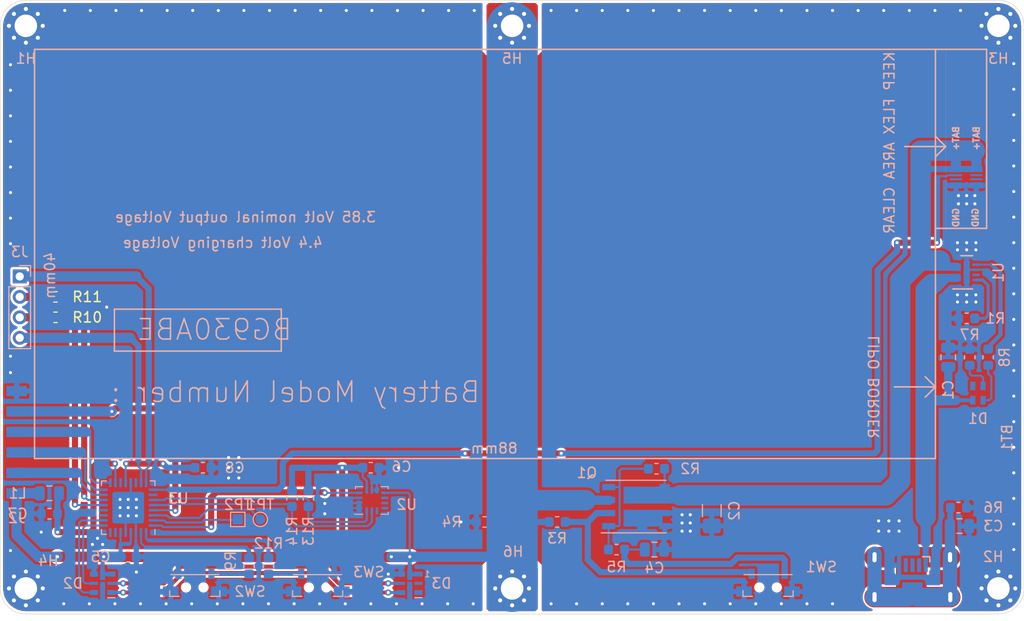
<source format=kicad_pcb>
(kicad_pcb (version 20171130) (host pcbnew 5.1.5)
  (layers (0 F.Cu signal) (31 B.Cu signal) (34 B.Paste user) (35 F.Paste user) (36 B.SilkS user) (37 F.SilkS user) (38 B.Mask user) (39 F.Mask user) (44 Edge.Cuts user))
  (net 0 "")
  (net 1 +BATT)
  (net 2 GND)
  (net 3 LIPO_NTC)
  (net 4 VBUS)
  (net 5 "Net-(C3-Pad2)")
  (net 6 "Net-(C4-Pad1)")
  (net 7 VCC)
  (net 8 MOSI)
  (net 9 MISO)
  (net 10 SCK)
  (net 11 RESET)
  (net 12 OC1A)
  (net 13 "Net-(Q1-Pad1)")
  (net 14 "Net-(Q1-Pad2)")
  (net 15 "Net-(R1-Pad1)")
  (net 16 BNT_DIG1)
  (net 17 BNT_DIG2)
  (net 18 LSM_INT1)
  (net 19 SCL)
  (net 20 SDA)
  (net 21 APA_CLK)
  (net 22 APA_DAT)
  (net 23 OC1B)
  (net 24 "Net-(D1-Pad3)")
  (net 25 "Net-(D2-Pad2)")
  (net 26 "Net-(D1-Pad4)")
  (net 27 CHARGER_STAT)
  (net 28 "Net-(R10-Pad2)")
  (net 29 "Net-(C7-Pad2)")
  (net 30 "Net-(C8-Pad1)")
  (net 31 "Net-(R9-Pad1)")
  (net 32 "Net-(R11-Pad2)")
  (net 33 "Net-(R12-Pad1)")
  (net 34 "Net-(D2-Pad3)")
  (net 35 LED_NTC2)
  (net 36 LED_NTC1)
  (net 37 "Net-(TP1-Pad1)")
  (net 38 "Net-(TP2-Pad1)")
  (module TestPoint:TestPoint_Pad_1.0x1.0mm (layer B.Cu) (at 73.2 100.25 180)
    (fp_text reference TP2 (at 0 1.448) (layer B.SilkS) (effects (justify mirror)))
    (fp_text value TXD)
    (pad 1 smd rect (at 0 0 180) (size 1 1) (layers B.Cu B.Mask) (net 38 "Net-(TP2-Pad1)"))
  )
  (module TestPoint:TestPoint_Pad_D1.0mm (layer B.Cu) (at 75.4 100.25 180)
    (fp_text reference TP1 (at 0 1.448) (layer B.SilkS) (effects (justify mirror)))
    (fp_text value RXD)
    (pad 1 smd circle (at 0 0 180) (size 1 1) (layers B.Cu B.Mask) (net 37 "Net-(TP1-Pad1)"))
  )
  (module Inductor_SMD:L_0805_2012Metric (layer B.Cu) (at 54.8 97.7)
    (fp_text reference L1 (at -3.1 0 180) (layer B.SilkS) (effects (justify mirror)))
    (fp_text value 10µH)
    (pad 2 smd roundrect (at 0.9375 0) (size 0.975 1.4) (layers B.Cu B.Paste B.Mask) (net 29 "Net-(C7-Pad2)"))
    (pad 1 smd roundrect (at -0.9375 0) (size 0.975 1.4) (layers B.Cu B.Paste B.Mask) (net 7 VCC))
  )
  (module Capacitor_SMD:C_0603_1608Metric (layer B.Cu) (at 54.8 99.7)
    (fp_text reference C7 (at -3.1 0 180) (layer B.SilkS) (effects (justify mirror)))
    (fp_text value 100nF)
    (pad 2 smd roundrect (at 0.7875 0) (size 0.875 0.95) (layers B.Cu B.Paste B.Mask) (net 29 "Net-(C7-Pad2)"))
    (pad 1 smd roundrect (at -0.7875 0) (size 0.875 0.95) (layers B.Cu B.Paste B.Mask) (net 2 GND))
  )
  (module Package_DFN_QFN:DFN-8-1EP_2x3mm_P0.5mm_EP0.61x2.2mm (layer B.Cu) (at 144.4 76.1)
    (fp_text reference U1 (at 3.1 0 90) (layer B.SilkS) (effects (justify mirror)))
    (fp_text value MCP73831-2x3DFN8)
    (pad 9 smd rect (at 0 0) (size 0.61 2.2) (layers B.Cu B.Mask) (net 2 GND))
    (pad 8 smd rect (at 0.925 0.75) (size 0.7 0.25) (layers B.Cu B.Paste B.Mask) (net 15 "Net-(R1-Pad1)"))
    (pad 7 smd rect (at 0.925 0.25) (size 0.7 0.25) (layers B.Cu B.Paste B.Mask))
    (pad 6 smd rect (at 0.925 -0.25) (size 0.7 0.25) (layers B.Cu B.Paste B.Mask) (net 2 GND))
    (pad 5 smd rect (at 0.925 -0.75) (size 0.7 0.25) (layers B.Cu B.Paste B.Mask) (net 27 CHARGER_STAT))
    (pad 4 smd rect (at -0.925 -0.75) (size 0.7 0.25) (layers B.Cu B.Paste B.Mask) (net 1 +BATT))
    (pad 3 smd rect (at -0.925 -0.25) (size 0.7 0.25) (layers B.Cu B.Paste B.Mask) (net 1 +BATT))
    (pad 2 smd rect (at -0.925 0.25) (size 0.7 0.25) (layers B.Cu B.Paste B.Mask) (net 4 VBUS))
    (pad 1 smd rect (at -0.925 0.75) (size 0.7 0.25) (layers B.Cu B.Paste B.Mask) (net 4 VBUS))
  )
  (module Capacitor_SMD:C_0603_1608Metric (layer B.Cu) (at 62.5 103.9 180)
    (fp_text reference C5 (at 2.7 0) (layer B.SilkS) (effects (justify mirror)))
    (fp_text value 100nF)
    (pad 2 smd roundrect (at 0.7875 0 180) (size 0.875 0.95) (layers B.Cu B.Paste B.Mask) (net 7 VCC))
    (pad 1 smd roundrect (at -0.7875 0 180) (size 0.875 0.95) (layers B.Cu B.Paste B.Mask) (net 2 GND))
  )
  (module Package_LGA:Bosch_LGA-14_3x2.5mm_P0.5mm (layer B.Cu) (at 86.3 98.4)
    (fp_text reference U2 (at 3.4 0.4) (layer B.SilkS) (effects (justify mirror)))
    (fp_text value LSM6DS3)
    (pad 11 smd rect (at 1.2625 0.75) (size 0.675 0.25) (layers B.Cu B.Paste B.Mask))
    (pad 10 smd rect (at 1.2625 0.25) (size 0.675 0.25) (layers B.Cu B.Paste B.Mask))
    (pad 9 smd rect (at 1.2625 -0.25) (size 0.675 0.25) (layers B.Cu B.Paste B.Mask))
    (pad 8 smd rect (at 1.2625 -0.75) (size 0.675 0.25) (layers B.Cu B.Paste B.Mask) (net 7 VCC))
    (pad 4 smd rect (at -1.2625 -0.75) (size 0.675 0.25) (layers B.Cu B.Paste B.Mask) (net 18 LSM_INT1))
    (pad 3 smd rect (at -1.2625 -0.25) (size 0.675 0.25) (layers B.Cu B.Paste B.Mask) (net 2 GND))
    (pad 2 smd rect (at -1.2625 0.25) (size 0.675 0.25) (layers B.Cu B.Paste B.Mask) (net 2 GND))
    (pad 1 smd rect (at -1.2625 0.75) (size 0.675 0.25) (layers B.Cu B.Paste B.Mask) (net 2 GND))
    (pad 7 smd rect (at 0.5 -1.0125) (size 0.25 0.675) (layers B.Cu B.Paste B.Mask) (net 2 GND))
    (pad 6 smd rect (at 0 -1.0125) (size 0.25 0.675) (layers B.Cu B.Paste B.Mask) (net 2 GND))
    (pad 5 smd rect (at -0.5 -1.0125) (size 0.25 0.675) (layers B.Cu B.Paste B.Mask) (net 7 VCC))
    (pad 12 smd rect (at 0.5 1.0125) (size 0.25 0.675) (layers B.Cu B.Paste B.Mask))
    (pad 14 smd rect (at -0.5 1.0125) (size 0.25 0.675) (layers B.Cu B.Paste B.Mask) (net 20 SDA))
    (pad 13 smd rect (at 0 1.0125) (size 0.25 0.675) (layers B.Cu B.Paste B.Mask) (net 19 SCL))
  )
  (module Connector_PinHeader_2.00mm:PinHeader_1x04_P2.00mm_Vertical (layer B.Cu) (at 51.9 76.5 180)
    (fp_text reference J3 (at 0 2.4) (layer B.SilkS) (effects (justify mirror)))
    (fp_text value Conn_01x04)
    (pad 4 thru_hole oval (at 0 -6 180) (size 1.35 1.35) (drill 0.8) (layers *.Cu *.Mask) (net 36 LED_NTC1))
    (pad 3 thru_hole oval (at 0 -4 180) (size 1.35 1.35) (drill 0.8) (layers *.Cu *.Mask) (net 12 OC1A))
    (pad 2 thru_hole oval (at 0 -2 180) (size 1.35 1.35) (drill 0.8) (layers *.Cu *.Mask) (net 23 OC1B))
    (pad 1 thru_hole rect (at 0 0 180) (size 1.35 1.35) (drill 0.8) (layers *.Cu *.Mask) (net 35 LED_NTC2))
  )
  (module lt_foots:logo_flatlight_git_silk (layer F.Cu) (at 139.1 95.7)
    (fp_text reference logo5 hide)
    (fp_text value logo-flatlight-git hide)
  )
  (module lt_foots:logo_horse (layer F.Cu) (at 66.3 63.3)
    (fp_text reference logo3 hide)
    (fp_text value logo-horse hide)
  )
  (module lt_foots:logo_REV18 (layer F.Cu) (at 134.1 59.5)
    (fp_text reference logo6 hide)
    (fp_text value logo-rev18 hide)
  )
  (module lt_foots:logo_flatlight (layer F.Cu) (at 127.6 57.3)
    (fp_text reference logo1 hide)
    (fp_text value logo-flatlight hide)
  )
  (module Capacitor_SMD:C_1206_3216Metric_Pad1.42x1.75mm_HandSolder (layer B.Cu) (at 119.5 99.4 90)
    (fp_text reference C2 (at 0 2.2 90) (layer B.SilkS) (effects (justify mirror)))
    (fp_text value 10µF)
    (pad 2 smd roundrect (at 1.4875 0 90) (size 1.425 1.75) (layers B.Cu B.Paste B.Mask) (roundrect_rratio 0.175439) (net 1 +BATT))
    (pad 1 smd roundrect (at -1.4875 0 90) (size 1.425 1.75) (layers B.Cu B.Paste B.Mask) (roundrect_rratio 0.175439) (net 2 GND))
  )
  (module Package_DFN_QFN:QFN-32-1EP_5x5mm_P0.5mm_EP3.1x3.1mm (layer B.Cu) (at 62.5 99.1 90)
    (fp_text reference U3 (at 0.9 4.9 180) (layer B.SilkS) (effects (justify mirror)))
    (fp_text value ATmega328-MU)
    (pad 32 smd roundrect (at -1.75 2.4375 90) (size 0.25 0.875) (layers B.Cu B.Paste B.Mask) (net 18 LSM_INT1))
    (pad 31 smd roundrect (at -1.25 2.4375 90) (size 0.25 0.875) (layers B.Cu B.Paste B.Mask) (net 38 "Net-(TP2-Pad1)"))
    (pad 30 smd roundrect (at -0.75 2.4375 90) (size 0.25 0.875) (layers B.Cu B.Paste B.Mask) (net 37 "Net-(TP1-Pad1)"))
    (pad 29 smd roundrect (at -0.25 2.4375 90) (size 0.25 0.875) (layers B.Cu B.Paste B.Mask) (net 11 RESET))
    (pad 28 smd roundrect (at 0.25 2.4375 90) (size 0.25 0.875) (layers B.Cu B.Paste B.Mask) (net 19 SCL))
    (pad 27 smd roundrect (at 0.75 2.4375 90) (size 0.25 0.875) (layers B.Cu B.Paste B.Mask) (net 20 SDA))
    (pad 26 smd roundrect (at 1.25 2.4375 90) (size 0.25 0.875) (layers B.Cu B.Paste B.Mask))
    (pad 25 smd roundrect (at 1.75 2.4375 90) (size 0.25 0.875) (layers B.Cu B.Paste B.Mask) (net 3 LIPO_NTC))
    (pad 24 smd roundrect (at 2.4375 1.75 90) (size 0.875 0.25) (layers B.Cu B.Paste B.Mask) (net 35 LED_NTC2))
    (pad 23 smd roundrect (at 2.4375 1.25 90) (size 0.875 0.25) (layers B.Cu B.Paste B.Mask) (net 36 LED_NTC1))
    (pad 22 smd roundrect (at 2.4375 0.75 90) (size 0.875 0.25) (layers B.Cu B.Paste B.Mask))
    (pad 21 smd roundrect (at 2.4375 0.25 90) (size 0.875 0.25) (layers B.Cu B.Paste B.Mask) (net 2 GND))
    (pad 20 smd roundrect (at 2.4375 -0.25 90) (size 0.875 0.25) (layers B.Cu B.Paste B.Mask) (net 30 "Net-(C8-Pad1)"))
    (pad 19 smd roundrect (at 2.4375 -0.75 90) (size 0.875 0.25) (layers B.Cu B.Paste B.Mask))
    (pad 18 smd roundrect (at 2.4375 -1.25 90) (size 0.875 0.25) (layers B.Cu B.Paste B.Mask) (net 29 "Net-(C7-Pad2)"))
    (pad 17 smd roundrect (at 2.4375 -1.75 90) (size 0.875 0.25) (layers B.Cu B.Paste B.Mask) (net 10 SCK))
    (pad 16 smd roundrect (at 1.75 -2.4375 90) (size 0.25 0.875) (layers B.Cu B.Paste B.Mask) (net 9 MISO))
    (pad 15 smd roundrect (at 1.25 -2.4375 90) (size 0.25 0.875) (layers B.Cu B.Paste B.Mask) (net 8 MOSI))
    (pad 14 smd roundrect (at 0.75 -2.4375 90) (size 0.25 0.875) (layers B.Cu B.Paste B.Mask) (net 32 "Net-(R11-Pad2)"))
    (pad 13 smd roundrect (at 0.25 -2.4375 90) (size 0.25 0.875) (layers B.Cu B.Paste B.Mask) (net 28 "Net-(R10-Pad2)"))
    (pad 12 smd roundrect (at -0.25 -2.4375 90) (size 0.25 0.875) (layers B.Cu B.Paste B.Mask))
    (pad 11 smd roundrect (at -0.75 -2.4375 90) (size 0.25 0.875) (layers B.Cu B.Paste B.Mask))
    (pad 10 smd roundrect (at -1.25 -2.4375 90) (size 0.25 0.875) (layers B.Cu B.Paste B.Mask) (net 22 APA_DAT))
    (pad 9 smd roundrect (at -1.75 -2.4375 90) (size 0.25 0.875) (layers B.Cu B.Paste B.Mask) (net 21 APA_CLK))
    (pad 8 smd roundrect (at -2.4375 -1.75 90) (size 0.875 0.25) (layers B.Cu B.Paste B.Mask))
    (pad 7 smd roundrect (at -2.4375 -1.25 90) (size 0.875 0.25) (layers B.Cu B.Paste B.Mask))
    (pad 6 smd roundrect (at -2.4375 -0.75 90) (size 0.875 0.25) (layers B.Cu B.Paste B.Mask) (net 7 VCC))
    (pad 5 smd roundrect (at -2.4375 -0.25 90) (size 0.875 0.25) (layers B.Cu B.Paste B.Mask) (net 2 GND))
    (pad 4 smd roundrect (at -2.4375 0.25 90) (size 0.875 0.25) (layers B.Cu B.Paste B.Mask) (net 7 VCC))
    (pad 3 smd roundrect (at -2.4375 0.75 90) (size 0.875 0.25) (layers B.Cu B.Paste B.Mask) (net 2 GND))
    (pad 2 smd roundrect (at -2.4375 1.25 90) (size 0.875 0.25) (layers B.Cu B.Paste B.Mask) (net 16 BNT_DIG1))
    (pad 1 smd roundrect (at -2.4375 1.75 90) (size 0.875 0.25) (layers B.Cu B.Paste B.Mask) (net 17 BNT_DIG2))
    (pad 33 smd roundrect (at 0 0 90) (size 3.1 3.1) (layers B.Cu B.Mask) (roundrect_rratio 0.08064499999999999) (net 2 GND))
  )
  (module Capacitor_SMD:C_0603_1608Metric (layer B.Cu) (at 86.2 95.2 180)
    (fp_text reference C6 (at -3 0.1) (layer B.SilkS) (effects (justify mirror)))
    (fp_text value 100nF)
    (pad 1 smd roundrect (at -0.7875 0 180) (size 0.875 0.95) (layers B.Cu B.Paste B.Mask) (net 2 GND))
    (pad 2 smd roundrect (at 0.7875 0 180) (size 0.875 0.95) (layers B.Cu B.Paste B.Mask) (net 7 VCC))
  )
  (module LED_SMD:LED-APA102-2020 (layer B.Cu) (at 90 106.5 180)
    (fp_text reference D3 (at -3.1 0) (layer B.SilkS) (effects (justify mirror)))
    (fp_text value APA102-2020)
    (fp_text user 1 (at -1.7 0.9) (layer B.SilkS) (effects (font (size 0.6 0.6) (thickness 0.1)) (justify mirror)))
    (pad 1 smd rect (at -0.85 0.9 180) (size 0.8 0.5) (layers B.Cu B.Paste B.Mask) (net 7 VCC))
    (pad 2 smd rect (at -0.85 0 180) (size 0.8 0.3) (layers B.Cu B.Paste B.Mask))
    (pad 3 smd rect (at -0.85 -0.9 180) (size 0.8 0.5) (layers B.Cu B.Paste B.Mask))
    (pad 5 smd rect (at 0.85 0 180) (size 0.8 0.3) (layers B.Cu B.Paste B.Mask) (net 25 "Net-(D2-Pad2)"))
    (pad 4 smd rect (at 0.85 -0.9 180) (size 0.8 0.5) (layers B.Cu B.Paste B.Mask) (net 34 "Net-(D2-Pad3)"))
    (pad 6 smd rect (at 0.85 0.9 180) (size 0.8 0.5) (layers B.Cu B.Paste B.Mask) (net 2 GND))
    (pad 1 smd rect (at 0 0.83 90) (size 1 0.5) (layers B.Cu B.Paste B.Mask) (net 7 VCC))
    (pad 6 smd rect (at 0 -0.59 90) (size 1.48 0.5) (layers B.Cu B.Paste B.Mask) (net 2 GND))
  )
  (module Resistor_SMD:R_0603_1608Metric (layer B.Cu) (at 146.5 84.4 270)
    (fp_text reference R8 (at 0 -1.6 90) (layer B.SilkS) (effects (justify mirror)))
    (fp_text value 1kΩ)
    (pad 2 smd roundrect (at 0.7875 0 270) (size 0.875 0.95) (layers B.Cu B.Paste B.Mask) (net 24 "Net-(D1-Pad3)"))
    (pad 1 smd roundrect (at -0.7875 0 270) (size 0.875 0.95) (layers B.Cu B.Paste B.Mask) (net 27 CHARGER_STAT))
  )
  (module Resistor_SMD:R_0603_1608Metric (layer B.Cu) (at 144.7 84.4 270)
    (fp_text reference R7 (at -2.2 0 180) (layer B.SilkS) (effects (justify mirror)))
    (fp_text value 1kΩ)
    (pad 2 smd roundrect (at 0.7875 0 270) (size 0.875 0.95) (layers B.Cu B.Paste B.Mask) (net 26 "Net-(D1-Pad4)"))
    (pad 1 smd roundrect (at -0.7875 0 270) (size 0.875 0.95) (layers B.Cu B.Paste B.Mask) (net 2 GND))
  )
  (module lt_foots:LED_BARG_1.4x1.5mm (layer B.Cu) (at 145.5 87.9)
    (fp_text reference D1 (at 0 2.5) (layer B.SilkS) (effects (justify mirror)))
    (fp_text value LED_BARG)
    (pad 4 smd rect (at 0.5 -0.7 270) (size 0.85 0.5) (layers B.Cu B.Paste B.Mask) (net 26 "Net-(D1-Pad4)"))
    (pad 3 smd rect (at 0.5 0.7 270) (size 0.85 0.5) (layers B.Cu B.Paste B.Mask) (net 24 "Net-(D1-Pad3)"))
    (pad 2 smd rect (at -0.5 0.7 270) (size 0.85 0.5) (layers B.Cu B.Paste B.Mask) (net 4 VBUS))
    (pad 1 smd rect (at -0.5 -0.7 270) (size 0.85 0.5) (layers B.Cu B.Paste B.Mask))
  )
  (module Package_SO:PowerPAK_SO-8_Dual (layer B.Cu) (at 112.1 99)
    (fp_text reference Q1 (at -4.8 -3.3) (layer B.SilkS) (effects (justify mirror)))
    (fp_text value DMC1016UPD)
    (pad 6 smd rect (at 0.69 -1.13) (size 3.81 1.65) (layers B.Cu B.Paste B.Mask) (net 1 +BATT))
    (pad 5 smd rect (at 0.69 1.13) (size 3.81 1.65) (layers B.Cu B.Paste B.Mask) (net 2 GND))
    (pad 5 smd rect (at 2.795 1.905) (size 1.02 0.61) (layers B.Cu B.Paste B.Mask) (net 2 GND))
    (pad 5 smd rect (at 2.795 0.635) (size 1.02 0.61) (layers B.Cu B.Paste B.Mask) (net 2 GND))
    (pad 6 smd rect (at 2.795 -0.635) (size 1.02 0.61) (layers B.Cu B.Paste B.Mask) (net 1 +BATT))
    (pad 6 smd rect (at 2.795 -1.905) (size 1.02 0.61) (layers B.Cu B.Paste B.Mask) (net 1 +BATT))
    (pad 4 smd rect (at -2.67 -1.905) (size 1.27 0.61) (layers B.Cu B.Paste B.Mask) (net 13 "Net-(Q1-Pad1)"))
    (pad 3 smd rect (at -2.67 -0.635) (size 1.27 0.61) (layers B.Cu B.Paste B.Mask) (net 7 VCC))
    (pad 2 smd rect (at -2.67 0.635) (size 1.27 0.61) (layers B.Cu B.Paste B.Mask) (net 14 "Net-(Q1-Pad2)"))
    (pad 1 smd rect (at -2.67 1.905) (size 1.27 0.61) (layers B.Cu B.Paste B.Mask) (net 13 "Net-(Q1-Pad1)"))
  )
  (module LED_SMD:LED-APA102-2020 (layer B.Cu) (at 60 106.5 180)
    (fp_text reference D2 (at 2.9 0) (layer B.SilkS) (effects (justify mirror)))
    (fp_text value APA102-2020)
    (pad 1 smd rect (at -0.85 0.9 180) (size 0.8 0.5) (layers B.Cu B.Paste B.Mask) (net 7 VCC))
    (pad 2 smd rect (at -0.85 0 180) (size 0.8 0.3) (layers B.Cu B.Paste B.Mask) (net 25 "Net-(D2-Pad2)"))
    (pad 3 smd rect (at -0.85 -0.9 180) (size 0.8 0.5) (layers B.Cu B.Paste B.Mask) (net 34 "Net-(D2-Pad3)"))
    (pad 5 smd rect (at 0.85 0 180) (size 0.8 0.3) (layers B.Cu B.Paste B.Mask) (net 21 APA_CLK))
    (pad 4 smd rect (at 0.85 -0.9 180) (size 0.8 0.5) (layers B.Cu B.Paste B.Mask) (net 22 APA_DAT))
    (pad 6 smd rect (at 0.85 0.9 180) (size 0.8 0.5) (layers B.Cu B.Paste B.Mask) (net 2 GND))
    (pad 1 smd rect (at 0 0.83 90) (size 1 0.5) (layers B.Cu B.Paste B.Mask) (net 7 VCC))
    (pad 6 smd rect (at 0 -0.59 90) (size 1.48 0.5) (layers B.Cu B.Paste B.Mask) (net 2 GND))
  )
  (module Resistor_SMD:R_0603_1608Metric (layer F.Cu) (at 55.4 78.5)
    (fp_text reference R11 (at 3.1 0) (layer F.SilkS))
    (fp_text value 1kΩ)
    (pad 2 smd roundrect (at 0.7875 0) (size 0.875 0.95) (layers F.Cu F.Paste F.Mask) (net 32 "Net-(R11-Pad2)"))
    (pad 1 smd roundrect (at -0.7875 0) (size 0.875 0.95) (layers F.Cu F.Paste F.Mask) (net 23 OC1B))
  )
  (module Resistor_SMD:R_0603_1608Metric (layer F.Cu) (at 55.4 80.5)
    (fp_text reference R10 (at 3.1 0) (layer F.SilkS))
    (fp_text value 1kΩ)
    (pad 2 smd roundrect (at 0.7875 0) (size 0.875 0.95) (layers F.Cu F.Paste F.Mask) (net 28 "Net-(R10-Pad2)"))
    (pad 1 smd roundrect (at -0.7875 0) (size 0.875 0.95) (layers F.Cu F.Paste F.Mask) (net 12 OC1A))
  )
  (module Resistor_SMD:R_0603_1608Metric (layer B.Cu) (at 78.5 98.2 270)
    (fp_text reference R14 (at 3.2 0 90) (layer B.SilkS) (effects (justify mirror)))
    (fp_text value 10kΩ)
    (pad 2 smd roundrect (at 0.7875 0 270) (size 0.875 0.95) (layers B.Cu B.Paste B.Mask) (net 19 SCL))
    (pad 1 smd roundrect (at -0.7875 0 270) (size 0.875 0.95) (layers B.Cu B.Paste B.Mask) (net 7 VCC))
  )
  (module Resistor_SMD:R_0603_1608Metric (layer B.Cu) (at 80.1 98.2 270)
    (fp_text reference R13 (at 3.2 0 90) (layer B.SilkS) (effects (justify mirror)))
    (fp_text value 10kΩ)
    (pad 2 smd roundrect (at 0.7875 0 270) (size 0.875 0.95) (layers B.Cu B.Paste B.Mask) (net 20 SDA))
    (pad 1 smd roundrect (at -0.7875 0 270) (size 0.875 0.95) (layers B.Cu B.Paste B.Mask) (net 7 VCC))
  )
  (module lt_foots:white_nano_smd_switch (layer B.Cu) (at 81 107.5)
    (fp_text reference SW3 (at 5 -2.1) (layer B.SilkS) (effects (justify mirror)))
    (fp_text value BTN_DIG2)
    (pad "" np_thru_hole circle (at 0.85 -0.6) (size 0.5 0.5) (drill 0.5) (layers *.Cu *.Mask))
    (pad "" np_thru_hole circle (at -0.85 -0.6) (size 0.5 0.5) (drill 0.5) (layers *.Cu *.Mask))
    (pad 2 smd rect (at 1.625 -1.925 180) (size 0.6 1) (layers B.Cu B.Paste B.Mask) (net 2 GND))
    (pad 1 smd rect (at -1.6 -1.925 180) (size 0.6 1) (layers B.Cu B.Paste B.Mask) (net 33 "Net-(R12-Pad1)"))
    (pad 3 smd rect (at -2.35 -0.2 180) (size 1.55 1) (layers B.Cu B.Paste B.Mask) (net 2 GND))
    (pad 3 smd rect (at 2.35 -0.2 180) (size 1.55 1) (layers B.Cu B.Paste B.Mask) (net 2 GND))
  )
  (module lt_foots:white_nano_smd_switch (layer B.Cu) (at 69 107.5)
    (fp_text reference SW2 (at 5.4 -0.2) (layer B.SilkS) (effects (justify mirror)))
    (fp_text value BTN_DIG1)
    (pad "" np_thru_hole circle (at 0.85 -0.6) (size 0.5 0.5) (drill 0.5) (layers *.Cu *.Mask))
    (pad "" np_thru_hole circle (at -0.85 -0.6) (size 0.5 0.5) (drill 0.5) (layers *.Cu *.Mask))
    (pad 2 smd rect (at 1.625 -1.925 180) (size 0.6 1) (layers B.Cu B.Paste B.Mask) (net 31 "Net-(R9-Pad1)"))
    (pad 1 smd rect (at -1.6 -1.925 180) (size 0.6 1) (layers B.Cu B.Paste B.Mask) (net 2 GND))
    (pad 3 smd rect (at -2.35 -0.2 180) (size 1.55 1) (layers B.Cu B.Paste B.Mask) (net 2 GND))
    (pad 3 smd rect (at 2.35 -0.2 180) (size 1.55 1) (layers B.Cu B.Paste B.Mask) (net 2 GND))
  )
  (module lt_foots:white_nano_smd_switch (layer B.Cu) (at 125 107.5)
    (fp_text reference SW1 (at 5.2 -2.6) (layer B.SilkS) (effects (justify mirror)))
    (fp_text value BTN_PWR)
    (pad 3 smd rect (at 2.35 -0.2 180) (size 1.55 1) (layers B.Cu B.Paste B.Mask) (net 2 GND))
    (pad 3 smd rect (at -2.35 -0.2 180) (size 1.55 1) (layers B.Cu B.Paste B.Mask) (net 2 GND))
    (pad 1 smd rect (at -1.6 -1.925 180) (size 0.6 1) (layers B.Cu B.Paste B.Mask) (net 14 "Net-(Q1-Pad2)"))
    (pad 2 smd rect (at 1.625 -1.925 180) (size 0.6 1) (layers B.Cu B.Paste B.Mask) (net 6 "Net-(C4-Pad1)"))
    (pad "" np_thru_hole circle (at -0.85 -0.6) (size 0.5 0.5) (drill 0.5) (layers *.Cu *.Mask))
    (pad "" np_thru_hole circle (at 0.85 -0.6) (size 0.5 0.5) (drill 0.5) (layers *.Cu *.Mask))
  )
  (module Resistor_SMD:R_0603_1608Metric (layer B.Cu) (at 76.2 104.8 90)
    (fp_text reference R12 (at 2.2 0 180) (layer B.SilkS) (effects (justify mirror)))
    (fp_text value 1kΩ)
    (pad 1 smd roundrect (at -0.7875 0 90) (size 0.875 0.95) (layers B.Cu B.Paste B.Mask) (net 33 "Net-(R12-Pad1)"))
    (pad 2 smd roundrect (at 0.7875 0 90) (size 0.875 0.95) (layers B.Cu B.Paste B.Mask) (net 17 BNT_DIG2))
  )
  (module Resistor_SMD:R_0603_1608Metric (layer B.Cu) (at 74.3 104.8 90)
    (fp_text reference R9 (at 0.5 -1.8 90) (layer B.SilkS) (effects (justify mirror)))
    (fp_text value 1kΩ)
    (pad 1 smd roundrect (at -0.7875 0 90) (size 0.875 0.95) (layers B.Cu B.Paste B.Mask) (net 31 "Net-(R9-Pad1)"))
    (pad 2 smd roundrect (at 0.7875 0 90) (size 0.875 0.95) (layers B.Cu B.Paste B.Mask) (net 16 BNT_DIG1))
  )
  (module Resistor_SMD:R_0603_1608Metric (layer B.Cu) (at 143.6 99.1 180)
    (fp_text reference R6 (at -3.4 0) (layer B.SilkS) (effects (justify mirror)))
    (fp_text value 1MΩ)
    (pad 2 smd roundrect (at 0.7875 0 180) (size 0.875 0.95) (layers B.Cu B.Paste B.Mask) (net 5 "Net-(C3-Pad2)"))
    (pad 1 smd roundrect (at -0.7875 0 180) (size 0.875 0.95) (layers B.Cu B.Paste B.Mask) (net 2 GND))
  )
  (module Resistor_SMD:R_0603_1608Metric (layer B.Cu) (at 110.2 103.2)
    (fp_text reference R5 (at 0 1.7) (layer B.SilkS) (effects (justify mirror)))
    (fp_text value 100kΩ)
    (pad 2 smd roundrect (at 0.7875 0) (size 0.875 0.95) (layers B.Cu B.Paste B.Mask) (net 6 "Net-(C4-Pad1)"))
    (pad 1 smd roundrect (at -0.7875 0) (size 0.875 0.95) (layers B.Cu B.Paste B.Mask) (net 13 "Net-(Q1-Pad1)"))
  )
  (module Resistor_SMD:R_0603_1608Metric (layer B.Cu) (at 97.3 100.5 180)
    (fp_text reference R4 (at 3.2 0) (layer B.SilkS) (effects (justify mirror)))
    (fp_text value 1kΩ)
    (pad 2 smd roundrect (at 0.7875 0 180) (size 0.875 0.95) (layers B.Cu B.Paste B.Mask) (net 2 GND))
    (pad 1 smd roundrect (at -0.7875 0 180) (size 0.875 0.95) (layers B.Cu B.Paste B.Mask) (net 7 VCC))
  )
  (module Resistor_SMD:R_0603_1608Metric (layer B.Cu) (at 104.4 100.5)
    (fp_text reference R3 (at 0 1.6 180) (layer B.SilkS) (effects (justify mirror)))
    (fp_text value 10kΩ)
    (pad 2 smd roundrect (at 0.7875 0) (size 0.875 0.95) (layers B.Cu B.Paste B.Mask) (net 14 "Net-(Q1-Pad2)"))
    (pad 1 smd roundrect (at -0.7875 0) (size 0.875 0.95) (layers B.Cu B.Paste B.Mask) (net 7 VCC))
  )
  (module Resistor_SMD:R_0603_1608Metric (layer B.Cu) (at 114.1 95.3 180)
    (fp_text reference R2 (at -3.3 0) (layer B.SilkS) (effects (justify mirror)))
    (fp_text value 10kΩ)
    (pad 2 smd roundrect (at 0.7875 0 180) (size 0.875 0.95) (layers B.Cu B.Paste B.Mask) (net 13 "Net-(Q1-Pad1)"))
    (pad 1 smd roundrect (at -0.7875 0 180) (size 0.875 0.95) (layers B.Cu B.Paste B.Mask) (net 1 +BATT))
  )
  (module Resistor_SMD:R_0603_1608Metric (layer B.Cu) (at 144.4 80.6 180)
    (fp_text reference R1 (at -2.8 0) (layer B.SilkS) (effects (justify mirror)))
    (fp_text value 2kΩ)
    (pad 2 smd roundrect (at 0.7875 0 180) (size 0.875 0.95) (layers B.Cu B.Paste B.Mask) (net 2 GND))
    (pad 1 smd roundrect (at -0.7875 0 180) (size 0.875 0.95) (layers B.Cu B.Paste B.Mask) (net 15 "Net-(R1-Pad1)"))
  )
  (module lt_foots:Conn_01x06_SMD_2mm (layer B.Cu) (at 51.6 87.7 180)
    (fp_text reference J2 (at 0 -12.4) (layer B.SilkS) (effects (justify mirror)))
    (fp_text value Conn_PROG)
    (pad 6 smd rect (at 0 -10 180) (size 2 1) (layers B.Cu B.Paste B.Mask) (net 7 VCC))
    (pad 5 smd rect (at 0 -8 180) (size 2 1) (layers B.Cu B.Paste B.Mask) (net 8 MOSI))
    (pad 4 smd rect (at 0 -6 180) (size 2 1) (layers B.Cu B.Paste B.Mask) (net 9 MISO))
    (pad 3 smd rect (at 0 -4 180) (size 2 1) (layers B.Cu B.Paste B.Mask) (net 10 SCK))
    (pad 2 smd rect (at 0 -2 180) (size 2 1) (layers B.Cu B.Paste B.Mask) (net 11 RESET))
    (pad 1 smd rect (at 0 0 180) (size 2 1) (layers B.Cu B.Paste B.Mask) (net 2 GND))
  )
  (module lt_foots:Conn_USBmicro-B_ebay-side_TH_GROUND (layer B.Cu) (at 139.1 107.4 180)
    (fp_text reference J1)
    (fp_text value USB_B_Micro)
    (pad 5 smd rect (at 1.3 2.675 180) (size 0.4 1.35) (layers B.Cu B.Paste B.Mask) (net 2 GND))
    (pad 4 smd rect (at 0.65 2.675 180) (size 0.4 1.35) (layers B.Cu B.Paste B.Mask))
    (pad 3 smd rect (at 0 2.675 180) (size 0.4 1.35) (layers B.Cu B.Paste B.Mask))
    (pad 2 smd rect (at -0.65 2.675 180) (size 0.4 1.35) (layers B.Cu B.Paste B.Mask))
    (pad 1 smd rect (at -1.3 2.675 180) (size 0.4 1.35) (layers B.Cu B.Paste B.Mask) (net 4 VBUS))
    (pad 6 thru_hole oval (at 3.7 -0.45 180) (size 1 1.8) (drill oval 0.4 1) (layers *.Cu *.Mask B.Paste) (net 5 "Net-(C3-Pad2)"))
    (pad 6 smd rect (at 0 0 180) (size 2 2) (layers B.Cu B.Paste B.Mask) (net 5 "Net-(C3-Pad2)"))
    (pad 6 thru_hole oval (at -3.7 -0.45 180) (size 1 1.8) (drill oval 0.4 1) (layers *.Cu *.Mask B.Paste) (net 5 "Net-(C3-Pad2)"))
    (pad 6 thru_hole oval (at 3.7 3.45 180) (size 1 1.8) (drill oval 0.4 1) (layers *.Cu *.Mask B.Paste) (net 5 "Net-(C3-Pad2)"))
    (pad 6 thru_hole oval (at -3.675 3.45 180) (size 1 1.8) (drill oval 0.4 1) (layers *.Cu *.Mask B.Paste) (net 5 "Net-(C3-Pad2)"))
  )
  (module MountingHole:MountingHole_2.2mm_M2_Pad_Via (layer B.Cu) (at 100 107)
    (fp_text reference H6 (at 0.1 -3.6) (layer B.SilkS) (effects (justify mirror)))
    (fp_text value MountingHole_Pad)
    (pad 1 thru_hole circle (at 1.166726 1.166726) (size 0.7 0.7) (drill 0.4) (layers *.Cu *.Mask) (net 7 VCC))
    (pad 1 thru_hole circle (at 0 1.65) (size 0.7 0.7) (drill 0.4) (layers *.Cu *.Mask) (net 7 VCC))
    (pad 1 thru_hole circle (at -1.166726 1.166726) (size 0.7 0.7) (drill 0.4) (layers *.Cu *.Mask) (net 7 VCC))
    (pad 1 thru_hole circle (at -1.65 0) (size 0.7 0.7) (drill 0.4) (layers *.Cu *.Mask) (net 7 VCC))
    (pad 1 thru_hole circle (at -1.166726 -1.166726) (size 0.7 0.7) (drill 0.4) (layers *.Cu *.Mask) (net 7 VCC))
    (pad 1 thru_hole circle (at 0 -1.65) (size 0.7 0.7) (drill 0.4) (layers *.Cu *.Mask) (net 7 VCC))
    (pad 1 thru_hole circle (at 1.166726 -1.166726) (size 0.7 0.7) (drill 0.4) (layers *.Cu *.Mask) (net 7 VCC))
    (pad 1 thru_hole circle (at 1.65 0) (size 0.7 0.7) (drill 0.4) (layers *.Cu *.Mask) (net 7 VCC))
    (pad 1 thru_hole circle (at 0 0) (size 4.4 4.4) (drill 2.2) (layers *.Cu *.Mask) (net 7 VCC))
  )
  (module MountingHole:MountingHole_2.2mm_M2_Pad_Via (layer B.Cu) (at 100 52)
    (fp_text reference H5 (at 0 3.2) (layer B.SilkS) (effects (justify mirror)))
    (fp_text value MountingHole_Pad)
    (pad 1 thru_hole circle (at 1.166726 1.166726) (size 0.7 0.7) (drill 0.4) (layers *.Cu *.Mask) (net 7 VCC))
    (pad 1 thru_hole circle (at 0 1.65) (size 0.7 0.7) (drill 0.4) (layers *.Cu *.Mask) (net 7 VCC))
    (pad 1 thru_hole circle (at -1.166726 1.166726) (size 0.7 0.7) (drill 0.4) (layers *.Cu *.Mask) (net 7 VCC))
    (pad 1 thru_hole circle (at -1.65 0) (size 0.7 0.7) (drill 0.4) (layers *.Cu *.Mask) (net 7 VCC))
    (pad 1 thru_hole circle (at -1.166726 -1.166726) (size 0.7 0.7) (drill 0.4) (layers *.Cu *.Mask) (net 7 VCC))
    (pad 1 thru_hole circle (at 0 -1.65) (size 0.7 0.7) (drill 0.4) (layers *.Cu *.Mask) (net 7 VCC))
    (pad 1 thru_hole circle (at 1.166726 -1.166726) (size 0.7 0.7) (drill 0.4) (layers *.Cu *.Mask) (net 7 VCC))
    (pad 1 thru_hole circle (at 1.65 0) (size 0.7 0.7) (drill 0.4) (layers *.Cu *.Mask) (net 7 VCC))
    (pad 1 thru_hole circle (at 0 0) (size 4.4 4.4) (drill 2.2) (layers *.Cu *.Mask) (net 7 VCC))
  )
  (module MountingHole:MountingHole_2.2mm_M2_Pad_Via (layer B.Cu) (at 52.5 107)
    (fp_text reference H4 (at 2.2 -2.7) (layer B.SilkS) (effects (justify mirror)))
    (fp_text value MountingHole_Pad)
    (pad 1 thru_hole circle (at 1.166726 1.166726) (size 0.7 0.7) (drill 0.4) (layers *.Cu *.Mask) (net 2 GND))
    (pad 1 thru_hole circle (at 0 1.65) (size 0.7 0.7) (drill 0.4) (layers *.Cu *.Mask) (net 2 GND))
    (pad 1 thru_hole circle (at -1.166726 1.166726) (size 0.7 0.7) (drill 0.4) (layers *.Cu *.Mask) (net 2 GND))
    (pad 1 thru_hole circle (at -1.65 0) (size 0.7 0.7) (drill 0.4) (layers *.Cu *.Mask) (net 2 GND))
    (pad 1 thru_hole circle (at -1.166726 -1.166726) (size 0.7 0.7) (drill 0.4) (layers *.Cu *.Mask) (net 2 GND))
    (pad 1 thru_hole circle (at 0 -1.65) (size 0.7 0.7) (drill 0.4) (layers *.Cu *.Mask) (net 2 GND))
    (pad 1 thru_hole circle (at 1.166726 -1.166726) (size 0.7 0.7) (drill 0.4) (layers *.Cu *.Mask) (net 2 GND))
    (pad 1 thru_hole circle (at 1.65 0) (size 0.7 0.7) (drill 0.4) (layers *.Cu *.Mask) (net 2 GND))
    (pad 1 thru_hole circle (at 0 0) (size 4.4 4.4) (drill 2.2) (layers *.Cu *.Mask) (net 2 GND))
  )
  (module MountingHole:MountingHole_2.2mm_M2_Pad_Via (layer B.Cu) (at 147.5 52)
    (fp_text reference H3 (at 0 3.2) (layer B.SilkS) (effects (justify mirror)))
    (fp_text value MountingHole_Pad)
    (pad 1 thru_hole circle (at 1.166726 1.166726) (size 0.7 0.7) (drill 0.4) (layers *.Cu *.Mask) (net 2 GND))
    (pad 1 thru_hole circle (at 0 1.65) (size 0.7 0.7) (drill 0.4) (layers *.Cu *.Mask) (net 2 GND))
    (pad 1 thru_hole circle (at -1.166726 1.166726) (size 0.7 0.7) (drill 0.4) (layers *.Cu *.Mask) (net 2 GND))
    (pad 1 thru_hole circle (at -1.65 0) (size 0.7 0.7) (drill 0.4) (layers *.Cu *.Mask) (net 2 GND))
    (pad 1 thru_hole circle (at -1.166726 -1.166726) (size 0.7 0.7) (drill 0.4) (layers *.Cu *.Mask) (net 2 GND))
    (pad 1 thru_hole circle (at 0 -1.65) (size 0.7 0.7) (drill 0.4) (layers *.Cu *.Mask) (net 2 GND))
    (pad 1 thru_hole circle (at 1.166726 -1.166726) (size 0.7 0.7) (drill 0.4) (layers *.Cu *.Mask) (net 2 GND))
    (pad 1 thru_hole circle (at 1.65 0) (size 0.7 0.7) (drill 0.4) (layers *.Cu *.Mask) (net 2 GND))
    (pad 1 thru_hole circle (at 0 0) (size 4.4 4.4) (drill 2.2) (layers *.Cu *.Mask) (net 2 GND))
  )
  (module MountingHole:MountingHole_2.2mm_M2_Pad_Via (layer B.Cu) (at 147.5 107)
    (fp_text reference H2 (at -0.5 -3.1) (layer B.SilkS) (effects (justify mirror)))
    (fp_text value MountingHole_Pad)
    (pad 1 thru_hole circle (at 1.166726 1.166726) (size 0.7 0.7) (drill 0.4) (layers *.Cu *.Mask) (net 2 GND))
    (pad 1 thru_hole circle (at 0 1.65) (size 0.7 0.7) (drill 0.4) (layers *.Cu *.Mask) (net 2 GND))
    (pad 1 thru_hole circle (at -1.166726 1.166726) (size 0.7 0.7) (drill 0.4) (layers *.Cu *.Mask) (net 2 GND))
    (pad 1 thru_hole circle (at -1.65 0) (size 0.7 0.7) (drill 0.4) (layers *.Cu *.Mask) (net 2 GND))
    (pad 1 thru_hole circle (at -1.166726 -1.166726) (size 0.7 0.7) (drill 0.4) (layers *.Cu *.Mask) (net 2 GND))
    (pad 1 thru_hole circle (at 0 -1.65) (size 0.7 0.7) (drill 0.4) (layers *.Cu *.Mask) (net 2 GND))
    (pad 1 thru_hole circle (at 1.166726 -1.166726) (size 0.7 0.7) (drill 0.4) (layers *.Cu *.Mask) (net 2 GND))
    (pad 1 thru_hole circle (at 1.65 0) (size 0.7 0.7) (drill 0.4) (layers *.Cu *.Mask) (net 2 GND))
    (pad 1 thru_hole circle (at 0 0) (size 4.4 4.4) (drill 2.2) (layers *.Cu *.Mask) (net 2 GND))
  )
  (module MountingHole:MountingHole_2.2mm_M2_Pad_Via (layer B.Cu) (at 52.5 52)
    (fp_text reference H1 (at 0 3.2) (layer B.SilkS) (effects (justify mirror)))
    (fp_text value MountingHole_Pad)
    (pad 1 thru_hole circle (at 1.166726 1.166726) (size 0.7 0.7) (drill 0.4) (layers *.Cu *.Mask) (net 2 GND))
    (pad 1 thru_hole circle (at 0 1.65) (size 0.7 0.7) (drill 0.4) (layers *.Cu *.Mask) (net 2 GND))
    (pad 1 thru_hole circle (at -1.166726 1.166726) (size 0.7 0.7) (drill 0.4) (layers *.Cu *.Mask) (net 2 GND))
    (pad 1 thru_hole circle (at -1.65 0) (size 0.7 0.7) (drill 0.4) (layers *.Cu *.Mask) (net 2 GND))
    (pad 1 thru_hole circle (at -1.166726 -1.166726) (size 0.7 0.7) (drill 0.4) (layers *.Cu *.Mask) (net 2 GND))
    (pad 1 thru_hole circle (at 0 -1.65) (size 0.7 0.7) (drill 0.4) (layers *.Cu *.Mask) (net 2 GND))
    (pad 1 thru_hole circle (at 1.166726 -1.166726) (size 0.7 0.7) (drill 0.4) (layers *.Cu *.Mask) (net 2 GND))
    (pad 1 thru_hole circle (at 1.65 0) (size 0.7 0.7) (drill 0.4) (layers *.Cu *.Mask) (net 2 GND))
    (pad 1 thru_hole circle (at 0 0) (size 4.4 4.4) (drill 2.2) (layers *.Cu *.Mask) (net 2 GND))
  )
  (module Capacitor_SMD:C_0603_1608Metric (layer B.Cu) (at 69.8 95.2)
    (fp_text reference C8 (at 3.1 0 180) (layer B.SilkS) (effects (justify mirror)))
    (fp_text value 100nF)
    (pad 2 smd roundrect (at 0.7875 0) (size 0.875 0.95) (layers B.Cu B.Paste B.Mask) (net 2 GND))
    (pad 1 smd roundrect (at -0.7875 0) (size 0.875 0.95) (layers B.Cu B.Paste B.Mask) (net 30 "Net-(C8-Pad1)"))
  )
  (module Capacitor_SMD:C_0805_2012Metric (layer B.Cu) (at 113.9 103.2)
    (fp_text reference C4 (at 0 1.8) (layer B.SilkS) (effects (justify mirror)))
    (fp_text value 1µF)
    (pad 2 smd roundrect (at 0.9375 0) (size 0.975 1.4) (layers B.Cu B.Paste B.Mask) (net 2 GND))
    (pad 1 smd roundrect (at -0.9375 0) (size 0.975 1.4) (layers B.Cu B.Paste B.Mask) (net 6 "Net-(C4-Pad1)"))
  )
  (module Capacitor_SMD:C_0805_2012Metric (layer B.Cu) (at 143.7 100.9 180)
    (fp_text reference C3 (at -3.3 0) (layer B.SilkS) (effects (justify mirror)))
    (fp_text value 10nF)
    (pad 2 smd roundrect (at 0.9375 0 180) (size 0.975 1.4) (layers B.Cu B.Paste B.Mask) (net 5 "Net-(C3-Pad2)"))
    (pad 1 smd roundrect (at -0.9375 0 180) (size 0.975 1.4) (layers B.Cu B.Paste B.Mask) (net 2 GND))
  )
  (module Capacitor_SMD:C_0805_2012Metric (layer B.Cu) (at 142.6 84.4 270)
    (fp_text reference C1 (at 3.2 0 90) (layer B.SilkS) (effects (justify mirror)))
    (fp_text value 10µF)
    (pad 2 smd roundrect (at 0.9375 0 270) (size 0.975 1.4) (layers B.Cu B.Paste B.Mask) (net 4 VBUS))
    (pad 1 smd roundrect (at -0.9375 0 270) (size 0.975 1.4) (layers B.Cu B.Paste B.Mask) (net 2 GND))
  )
  (module lt_foots:cc-by-sa (layer F.Cu) (at 129.1 61)
    (fp_text reference logo2 hide)
    (fp_text value logo-cc-by-sa hide)
  )
  (module lt_foots:logo_heart2 (layer F.Cu) (at 141.3 58.2)
    (fp_text reference logo4 hide)
    (fp_text value logo-heart2 hide)
  )
  (module lt_foots:lipo_samsung_BG930ABE (layer B.Cu) (at 144.35 66.8 90)
    (fp_text reference BT1 (at -25.5 4 90) (layer B.SilkS) (effects (justify mirror)))
    (fp_text value lipo_sams_BG930ABE)
    (fp_text user "LIPO BORDER" (at -20.5 -9 90) (layer B.SilkS) (effects (justify mirror)))
    (fp_text user BAT+ (at 3.8 1 90) (layer B.SilkS) (effects (font (size 0.6 0.6)) (justify mirror)))
    (fp_text user GND (at -3.95 0.9 90) (layer B.SilkS) (effects (font (size 0.6 0.6)) (justify mirror)))
    (fp_text user GND (at -3.95 -1 90) (layer B.SilkS) (effects (font (size 0.6 0.6)) (justify mirror)))
    (fp_text user BAT+ (at 3.8 -1 90) (layer B.SilkS) (effects (font (size 0.6 0.6)) (justify mirror)))
    (fp_text user 88mm (at -26.5 -46.1 180) (layer B.SilkS) (effects (justify mirror)))
    (fp_text user 40mm (at -9.6 -89.5 90) (layer B.SilkS) (effects (justify mirror)))
    (fp_text user "BG930ABE " (at -14.9 -74.2 180) (layer B.SilkS) (effects (font (size 2 2)) (justify mirror)))
    (fp_text user "3.85 Volt nominal output Voltage" (at -3.9 -70.4 180) (layer B.SilkS) (effects (justify mirror)))
    (fp_text user "Battery Model Number :" (at -21 -65.5 180) (layer B.SilkS) (effects (font (size 2 2)) (justify mirror)))
    (fp_text user "KEEP FLEX AREA CLEAR " (at 3 -7.5 90) (layer B.SilkS) (effects (justify mirror)))
    (fp_text user "4.4 Volt charging Voltage " (at -6.4 -73 180) (layer B.SilkS) (effects (justify mirror)))
    (pad 1 smd rect (at 0.2 -1 90) (size 0.2 1.2) (layers B.Cu B.Paste B.Mask) (net 3 LIPO_NTC))
    (pad 2 smd rect (at -0.2 -1 90) (size 0.2 1.2) (layers B.Cu B.Paste B.Mask))
    (pad 3 smd rect (at -0.2 1 90) (size 0.2 1.2) (layers B.Cu B.Paste B.Mask))
    (pad 4 smd rect (at 0.2 1 90) (size 0.2 1.2) (layers B.Cu B.Paste B.Mask))
    (pad 5 smd rect (at -0.8 1 90) (size 0.6 1.2) (layers B.Cu B.Paste B.Mask) (net 2 GND))
    (pad 6 smd rect (at -0.8 -1 90) (size 0.6 1.2) (layers B.Cu B.Paste B.Mask) (net 2 GND))
    (pad 7 smd rect (at 0.8 -1 90) (size 0.6 1.2) (layers B.Cu B.Paste B.Mask) (net 1 +BATT))
    (pad 8 smd rect (at 0.8 1 90) (size 0.6 1.2) (layers B.Cu B.Paste B.Mask) (net 1 +BATT))
  )
  (gr_line (start 52.5 109.5) (end 147.5 109.5) (layer Edge.Cuts) (width 0.05))
  (gr_line (start 50 52) (end 50 107) (layer Edge.Cuts) (width 0.05))
  (gr_line (start 147.5 49.5) (end 52.5 49.5) (layer Edge.Cuts) (width 0.05))
  (gr_line (start 150 107) (end 150 52) (layer Edge.Cuts) (width 0.05))
  (gr_arc (start 147.5 107) (end 147.5 109.5) (angle -90) (layer Edge.Cuts) (width 0.05))
  (gr_arc (start 147.5 52) (end 150 52) (angle -90) (layer Edge.Cuts) (width 0.05))
  (gr_arc (start 52.5 107) (end 50 107) (angle -90) (layer Edge.Cuts) (width 0.05))
  (gr_arc (start 52.5 52) (end 52.5 49.5) (angle -90) (layer Edge.Cuts) (width 0.05))
  (segment (start 143.35 65.8) (end 143.35 64.5) (width 1) (layer B.Cu) (net 1))
  (segment (start 145.35 64.4) (end 145.35 65.8) (width 1) (layer B.Cu) (net 1))
  (segment (start 145.1 66) (end 143.5 66) (width 0.6) (layer B.Cu) (net 1))
  (segment (start 140 74.95) (end 141.8 74.95) (width 2) (layer B.Cu) (net 1))
  (segment (start 143.45 75.55) (end 140.85 75.55) (width 0.8) (layer B.Cu) (net 1))
  (segment (start 145.2 64.2) (end 140.1 64.2) (width 2) (layer B.Cu) (net 1))
  (segment (start 114.895 98.365) (end 114.895 97.095) (width 0.2) (layer B.Cu) (net 1))
  (segment (start 115 96.99) (end 114.895 97.095) (width 0.2) (layer B.Cu) (net 1))
  (segment (start 114.895 97.095) (end 114.895 95.3075) (width 0.2) (layer B.Cu) (net 1))
  (segment (start 139.9 64.2) (end 139.9 74.8) (width 2) (layer B.Cu) (net 1))
  (segment (start 121.5 97.9) (end 111.7 97.9) (width 1.6) (layer B.Cu) (net 1))
  (segment (start 137.9 96.5) (end 136.5 97.9) (width 2) (layer B.Cu) (net 1))
  (segment (start 137.9 76.9) (end 137.9 96.5) (width 2) (layer B.Cu) (net 1))
  (segment (start 140 74.9) (end 139.9 74.9) (width 2) (layer B.Cu) (net 1))
  (segment (start 136.5 97.9) (end 116.4 97.9) (width 2) (layer B.Cu) (net 1))
  (segment (start 139.9 74.9) (end 137.9 76.9) (width 2) (layer B.Cu) (net 1))
  (segment (start 143.7 66) (end 140.1 66) (width 0.6) (layer B.Cu) (net 1))
  (segment (start 112.7 100.6) (end 112.7 101.4) (width 1) (layer B.Cu) (net 2))
  (via (at 144.4 73.2) (size 0.6) (drill 0.3) (layers F.Cu B.Cu) (net 2))
  (via (at 143.5 73.2) (size 0.6) (drill 0.3) (layers F.Cu B.Cu) (net 2))
  (via (at 145.3 73.2) (size 0.6) (drill 0.3) (layers F.Cu B.Cu) (net 2))
  (via (at 143.5 73.9) (size 0.6) (drill 0.3) (layers F.Cu B.Cu) (net 2))
  (via (at 144.4 73.9) (size 0.6) (drill 0.3) (layers F.Cu B.Cu) (net 2))
  (via (at 145.3 73.9) (size 0.6) (drill 0.3) (layers F.Cu B.Cu) (net 2))
  (via (at 144.4 78.3) (size 0.6) (drill 0.3) (layers F.Cu B.Cu) (net 2))
  (via (at 143.5 78.3) (size 0.6) (drill 0.3) (layers F.Cu B.Cu) (net 2))
  (via (at 145.3 78.3) (size 0.6) (drill 0.3) (layers F.Cu B.Cu) (net 2))
  (via (at 144.4 79) (size 0.6) (drill 0.3) (layers F.Cu B.Cu) (net 2))
  (via (at 143.5 79) (size 0.6) (drill 0.3) (layers F.Cu B.Cu) (net 2))
  (via (at 145.3 79) (size 0.6) (drill 0.3) (layers F.Cu B.Cu) (net 2))
  (via (at 143.6 68.6) (size 0.6) (drill 0.3) (layers F.Cu B.Cu) (net 2))
  (via (at 144.4 68.6) (size 0.6) (drill 0.3) (layers F.Cu B.Cu) (net 2))
  (via (at 145.2 68.6) (size 0.6) (drill 0.3) (layers F.Cu B.Cu) (net 2))
  (via (at 143.6 69.4) (size 0.6) (drill 0.3) (layers F.Cu B.Cu) (net 2))
  (via (at 144.4 69.4) (size 0.6) (drill 0.3) (layers F.Cu B.Cu) (net 2))
  (via (at 145.2 69.4) (size 0.6) (drill 0.3) (layers F.Cu B.Cu) (net 2))
  (via (at 96.2 108.5) (size 0.6) (drill 0.3) (layers F.Cu B.Cu) (net 2))
  (via (at 93.7 108.5) (size 0.6) (drill 0.3) (layers F.Cu B.Cu) (net 2))
  (via (at 91.2 108.5) (size 0.6) (drill 0.3) (layers F.Cu B.Cu) (net 2))
  (via (at 88.7 108.5) (size 0.6) (drill 0.3) (layers F.Cu B.Cu) (net 2))
  (via (at 86.2 108.5) (size 0.6) (drill 0.3) (layers F.Cu B.Cu) (net 2))
  (via (at 61.2 108.5) (size 0.6) (drill 0.3) (layers F.Cu B.Cu) (net 2))
  (via (at 56.2 108.5) (size 0.6) (drill 0.3) (layers F.Cu B.Cu) (net 2))
  (via (at 118.8 108.5) (size 0.6) (drill 0.3) (layers F.Cu B.Cu) (net 2))
  (via (at 106.3 108.5) (size 0.6) (drill 0.3) (layers F.Cu B.Cu) (net 2))
  (via (at 111.3 108.5) (size 0.6) (drill 0.3) (layers F.Cu B.Cu) (net 2))
  (via (at 108.8 108.5) (size 0.6) (drill 0.3) (layers F.Cu B.Cu) (net 2))
  (via (at 116.3 108.5) (size 0.6) (drill 0.3) (layers F.Cu B.Cu) (net 2))
  (via (at 113.8 108.5) (size 0.6) (drill 0.3) (layers F.Cu B.Cu) (net 2))
  (via (at 103.8 108.5) (size 0.6) (drill 0.3) (layers F.Cu B.Cu) (net 2))
  (via (at 123.8 108.5) (size 0.6) (drill 0.3) (layers F.Cu B.Cu) (net 2))
  (via (at 131.3 108.5) (size 0.6) (drill 0.3) (layers F.Cu B.Cu) (net 2))
  (via (at 121.3 108.5) (size 0.6) (drill 0.3) (layers F.Cu B.Cu) (net 2))
  (via (at 128.8 108.5) (size 0.6) (drill 0.3) (layers F.Cu B.Cu) (net 2))
  (via (at 126.3 108.5) (size 0.6) (drill 0.3) (layers F.Cu B.Cu) (net 2))
  (via (at 149 68.2) (size 0.6) (drill 0.3) (layers F.Cu B.Cu) (net 2))
  (via (at 149 78.2) (size 0.6) (drill 0.3) (layers F.Cu B.Cu) (net 2))
  (via (at 149 85.7) (size 0.6) (drill 0.3) (layers F.Cu B.Cu) (net 2))
  (via (at 149 58.2) (size 0.6) (drill 0.3) (layers F.Cu B.Cu) (net 2))
  (via (at 149 63.2) (size 0.6) (drill 0.3) (layers F.Cu B.Cu) (net 2))
  (via (at 149 70.7) (size 0.6) (drill 0.3) (layers F.Cu B.Cu) (net 2))
  (via (at 149 88.2) (size 0.6) (drill 0.3) (layers F.Cu B.Cu) (net 2))
  (via (at 149 65.7) (size 0.6) (drill 0.3) (layers F.Cu B.Cu) (net 2))
  (via (at 149 55.7) (size 0.6) (drill 0.3) (layers F.Cu B.Cu) (net 2))
  (via (at 149 75.7) (size 0.6) (drill 0.3) (layers F.Cu B.Cu) (net 2))
  (via (at 149 73.2) (size 0.6) (drill 0.3) (layers F.Cu B.Cu) (net 2))
  (via (at 149 60.7) (size 0.6) (drill 0.3) (layers F.Cu B.Cu) (net 2))
  (via (at 149 83.2) (size 0.6) (drill 0.3) (layers F.Cu B.Cu) (net 2))
  (via (at 149 80.7) (size 0.6) (drill 0.3) (layers F.Cu B.Cu) (net 2))
  (via (at 128.8 50.5) (size 0.6) (drill 0.3) (layers F.Cu B.Cu) (net 2))
  (via (at 118.8 50.5) (size 0.6) (drill 0.3) (layers F.Cu B.Cu) (net 2))
  (via (at 106.3 50.5) (size 0.6) (drill 0.3) (layers F.Cu B.Cu) (net 2))
  (via (at 111.3 50.5) (size 0.6) (drill 0.3) (layers F.Cu B.Cu) (net 2))
  (via (at 138.8 50.5) (size 0.6) (drill 0.3) (layers F.Cu B.Cu) (net 2))
  (via (at 103.8 50.5) (size 0.6) (drill 0.3) (layers F.Cu B.Cu) (net 2))
  (via (at 133.8 50.5) (size 0.6) (drill 0.3) (layers F.Cu B.Cu) (net 2))
  (via (at 126.3 50.5) (size 0.6) (drill 0.3) (layers F.Cu B.Cu) (net 2))
  (via (at 108.8 50.5) (size 0.6) (drill 0.3) (layers F.Cu B.Cu) (net 2))
  (via (at 131.3 50.5) (size 0.6) (drill 0.3) (layers F.Cu B.Cu) (net 2))
  (via (at 141.3 50.5) (size 0.6) (drill 0.3) (layers F.Cu B.Cu) (net 2))
  (via (at 121.3 50.5) (size 0.6) (drill 0.3) (layers F.Cu B.Cu) (net 2))
  (via (at 123.8 50.5) (size 0.6) (drill 0.3) (layers F.Cu B.Cu) (net 2))
  (via (at 136.3 50.5) (size 0.6) (drill 0.3) (layers F.Cu B.Cu) (net 2))
  (via (at 113.8 50.5) (size 0.6) (drill 0.3) (layers F.Cu B.Cu) (net 2))
  (via (at 143.8 50.5) (size 0.6) (drill 0.3) (layers F.Cu B.Cu) (net 2))
  (via (at 116.3 50.5) (size 0.6) (drill 0.3) (layers F.Cu B.Cu) (net 2))
  (via (at 71.3 50.5) (size 0.6) (drill 0.3) (layers F.Cu B.Cu) (net 2))
  (via (at 96.3 50.5) (size 0.6) (drill 0.3) (layers F.Cu B.Cu) (net 2))
  (via (at 86.3 50.5) (size 0.6) (drill 0.3) (layers F.Cu B.Cu) (net 2))
  (via (at 68.8 50.5) (size 0.6) (drill 0.3) (layers F.Cu B.Cu) (net 2))
  (via (at 63.8 50.5) (size 0.6) (drill 0.3) (layers F.Cu B.Cu) (net 2))
  (via (at 73.8 50.5) (size 0.6) (drill 0.3) (layers F.Cu B.Cu) (net 2))
  (via (at 58.8 50.5) (size 0.6) (drill 0.3) (layers F.Cu B.Cu) (net 2))
  (via (at 91.3 50.5) (size 0.6) (drill 0.3) (layers F.Cu B.Cu) (net 2))
  (via (at 61.3 50.5) (size 0.6) (drill 0.3) (layers F.Cu B.Cu) (net 2))
  (via (at 83.8 50.5) (size 0.6) (drill 0.3) (layers F.Cu B.Cu) (net 2))
  (via (at 88.8 50.5) (size 0.6) (drill 0.3) (layers F.Cu B.Cu) (net 2))
  (via (at 78.8 50.5) (size 0.6) (drill 0.3) (layers F.Cu B.Cu) (net 2))
  (via (at 81.3 50.5) (size 0.6) (drill 0.3) (layers F.Cu B.Cu) (net 2))
  (via (at 93.8 50.5) (size 0.6) (drill 0.3) (layers F.Cu B.Cu) (net 2))
  (via (at 56.3 50.5) (size 0.6) (drill 0.3) (layers F.Cu B.Cu) (net 2))
  (via (at 66.3 50.5) (size 0.6) (drill 0.3) (layers F.Cu B.Cu) (net 2))
  (via (at 76.3 50.5) (size 0.6) (drill 0.3) (layers F.Cu B.Cu) (net 2))
  (via (at 51 103.3) (size 0.6) (drill 0.3) (layers F.Cu B.Cu) (net 2))
  (via (at 51 68.3) (size 0.6) (drill 0.3) (layers F.Cu B.Cu) (net 2))
  (via (at 51 65.8) (size 0.6) (drill 0.3) (layers F.Cu B.Cu) (net 2))
  (via (at 51 63.3) (size 0.6) (drill 0.3) (layers F.Cu B.Cu) (net 2))
  (via (at 51 60.8) (size 0.6) (drill 0.3) (layers F.Cu B.Cu) (net 2))
  (via (at 51 58.3) (size 0.6) (drill 0.3) (layers F.Cu B.Cu) (net 2))
  (via (at 51 55.8) (size 0.6) (drill 0.3) (layers F.Cu B.Cu) (net 2))
  (via (at 78.7 108.5) (size 0.6) (drill 0.3) (layers F.Cu B.Cu) (net 2))
  (via (at 73.7 108.5) (size 0.6) (drill 0.3) (layers F.Cu B.Cu) (net 2))
  (via (at 81.2 108.5) (size 0.6) (drill 0.3) (layers F.Cu B.Cu) (net 2))
  (via (at 76.2 108.5) (size 0.6) (drill 0.3) (layers F.Cu B.Cu) (net 2))
  (via (at 83.7 108.5) (size 0.6) (drill 0.3) (layers F.Cu B.Cu) (net 2))
  (via (at 68.7 108.5) (size 0.6) (drill 0.3) (layers F.Cu B.Cu) (net 2))
  (via (at 66.2 108.5) (size 0.6) (drill 0.3) (layers F.Cu B.Cu) (net 2))
  (via (at 71.2 108.5) (size 0.6) (drill 0.3) (layers F.Cu B.Cu) (net 2))
  (via (at 63.7 108.5) (size 0.6) (drill 0.3) (layers F.Cu B.Cu) (net 2))
  (via (at 63.3 98.3) (size 0.6) (drill 0.3) (layers F.Cu B.Cu) (net 2))
  (via (at 61.7 98.3) (size 0.6) (drill 0.3) (layers F.Cu B.Cu) (net 2))
  (via (at 62.5 98.3) (size 0.6) (drill 0.3) (layers F.Cu B.Cu) (net 2))
  (via (at 116.6 99.8) (size 0.6) (drill 0.3) (layers F.Cu B.Cu) (net 2))
  (via (at 116.6 101.4) (size 0.6) (drill 0.3) (layers F.Cu B.Cu) (net 2))
  (via (at 116.6 100.6) (size 0.6) (drill 0.3) (layers F.Cu B.Cu) (net 2))
  (via (at 117.4 99.8) (size 0.6) (drill 0.3) (layers F.Cu B.Cu) (net 2))
  (via (at 117.4 101.4) (size 0.6) (drill 0.3) (layers F.Cu B.Cu) (net 2))
  (via (at 117.4 100.6) (size 0.6) (drill 0.3) (layers F.Cu B.Cu) (net 2))
  (via (at 58.7 108.5) (size 0.6) (drill 0.3) (layers F.Cu B.Cu) (net 2))
  (via (at 62.5 99.1) (size 0.6) (drill 0.3) (layers F.Cu B.Cu) (net 2))
  (via (at 63.3 99.1) (size 0.6) (drill 0.3) (layers F.Cu B.Cu) (net 2))
  (via (at 61.7 99.1) (size 0.6) (drill 0.3) (layers F.Cu B.Cu) (net 2))
  (via (at 62.5 99.9) (size 0.6) (drill 0.3) (layers F.Cu B.Cu) (net 2))
  (via (at 61.7 99.9) (size 0.6) (drill 0.3) (layers F.Cu B.Cu) (net 2))
  (via (at 63.3 99.9) (size 0.6) (drill 0.3) (layers F.Cu B.Cu) (net 2))
  (segment (start 145.1 75.85) (end 144.425 75.85) (width 0.2) (layer B.Cu) (net 2))
  (segment (start 146.6 76) (end 146.6 76.2) (width 0.2) (layer B.Cu) (net 2))
  (segment (start 145.325 75.85) (end 146.45 75.85) (width 0.2) (layer B.Cu) (net 2))
  (segment (start 146.45 75.85) (end 146.6 76) (width 0.2) (layer B.Cu) (net 2))
  (via (at 149 90.7) (size 0.6) (drill 0.3) (layers F.Cu B.Cu) (net 2))
  (via (at 149 93.2) (size 0.6) (drill 0.3) (layers F.Cu B.Cu) (net 2))
  (via (at 149 100.7) (size 0.6) (drill 0.3) (layers F.Cu B.Cu) (net 2))
  (via (at 149 98.2) (size 0.6) (drill 0.3) (layers F.Cu B.Cu) (net 2))
  (via (at 149 95.7) (size 0.6) (drill 0.3) (layers F.Cu B.Cu) (net 2))
  (via (at 149 103.2) (size 0.6) (drill 0.3) (layers F.Cu B.Cu) (net 2))
  (segment (start 63.25 103.8625) (end 63.2875 103.9) (width 0.2) (layer B.Cu) (net 2))
  (segment (start 63.25 101.5375) (end 63.25 103.8625) (width 0.2) (layer B.Cu) (net 2))
  (segment (start 63.25 100.1) (end 63.25 101.5375) (width 0.2) (layer B.Cu) (net 2))
  (segment (start 62.25 100.1) (end 62.25 101.5375) (width 0.2) (layer B.Cu) (net 2))
  (segment (start 62.75 97.1) (end 62.75 96.6625) (width 0.2) (layer B.Cu) (net 2))
  (segment (start 62.75 97.95) (end 62.75 97.1) (width 0.2) (layer B.Cu) (net 2))
  (via (at 59 102.7) (size 0.6) (drill 0.3) (layers F.Cu B.Cu) (net 2))
  (via (at 60 102.7) (size 0.6) (drill 0.3) (layers F.Cu B.Cu) (net 2))
  (segment (start 86.9875 96.0125) (end 86.9875 95.2) (width 0.2) (layer B.Cu) (net 2))
  (segment (start 86.8 97.1875) (end 86.8 96.2) (width 0.2) (layer B.Cu) (net 2))
  (segment (start 86.8 96.2) (end 86.9875 96.0125) (width 0.2) (layer B.Cu) (net 2))
  (segment (start 86.3 97.1875) (end 86.3 96.3) (width 0.2) (layer B.Cu) (net 2))
  (segment (start 86.4 96.2) (end 86.8 96.2) (width 0.2) (layer B.Cu) (net 2))
  (segment (start 86.3 96.3) (end 86.4 96.2) (width 0.2) (layer B.Cu) (net 2))
  (segment (start 85.0375 98.65) (end 83.85 98.65) (width 0.2) (layer B.Cu) (net 2))
  (segment (start 85.0375 99.15) (end 83.75 99.15) (width 0.2) (layer B.Cu) (net 2))
  (segment (start 85.0375 98.15) (end 83.95 98.15) (width 0.2) (layer B.Cu) (net 2))
  (via (at 88.9 95.2) (size 0.6) (drill 0.3) (layers F.Cu B.Cu) (net 2))
  (via (at 81.7 99.7) (size 0.6) (drill 0.3) (layers F.Cu B.Cu) (net 2))
  (via (at 81.7 98.7) (size 0.6) (drill 0.3) (layers F.Cu B.Cu) (net 2))
  (segment (start 113.285 99.635) (end 114.895 99.635) (width 0.2) (layer B.Cu) (net 2))
  (segment (start 112.79 100.13) (end 113.285 99.635) (width 0.2) (layer B.Cu) (net 2))
  (segment (start 114.9 100.9) (end 114.9 102.23) (width 0.2) (layer B.Cu) (net 2))
  (via (at 72.3 95.2) (size 0.6) (drill 0.3) (layers F.Cu B.Cu) (net 2))
  (via (at 73.3 95.2) (size 0.6) (drill 0.3) (layers F.Cu B.Cu) (net 2))
  (via (at 72.3 96.2) (size 0.6) (drill 0.3) (layers F.Cu B.Cu) (net 2))
  (via (at 72.3 94.2) (size 0.6) (drill 0.3) (layers F.Cu B.Cu) (net 2))
  (via (at 73.3 94.2) (size 0.6) (drill 0.3) (layers F.Cu B.Cu) (net 2))
  (via (at 73.3 96.2) (size 0.6) (drill 0.3) (layers F.Cu B.Cu) (net 2))
  (via (at 95 100.5) (size 0.6) (drill 0.3) (layers F.Cu B.Cu) (net 2))
  (via (at 54 101.5) (size 0.6) (drill 0.3) (layers F.Cu B.Cu) (net 2))
  (via (at 63.3 105.4) (size 0.6) (drill 0.3) (layers F.Cu B.Cu) (net 2))
  (via (at 87.9 105.6) (size 0.6) (drill 0.3) (layers F.Cu B.Cu) (net 2))
  (via (at 51 85.9) (size 0.6) (drill 0.3) (layers F.Cu B.Cu) (net 2))
  (via (at 51 84.3) (size 0.6) (drill 0.3) (layers F.Cu B.Cu) (net 2))
  (via (at 51 70.8) (size 0.6) (drill 0.3) (layers F.Cu B.Cu) (net 2))
  (via (at 51 73.3) (size 0.6) (drill 0.3) (layers F.Cu B.Cu) (net 2))
  (segment (start 86.8 97.3875) (end 86.3 97.3875) (width 0.2) (layer B.Cu) (net 2))
  (via (at 59.5 102.1) (size 0.6) (drill 0.3) (layers F.Cu B.Cu) (net 2))
  (via (at 60.4 79.5) (size 0.6) (drill 0.3) (layers F.Cu B.Cu) (net 2))
  (via (at 137.8 101.4) (size 0.6) (drill 0.3) (layers F.Cu B.Cu) (net 2))
  (via (at 136.8 101.4) (size 0.6) (drill 0.3) (layers F.Cu B.Cu) (net 2))
  (via (at 136.8 100.4) (size 0.6) (drill 0.3) (layers F.Cu B.Cu) (net 2))
  (via (at 137.8 100.4) (size 0.6) (drill 0.3) (layers F.Cu B.Cu) (net 2))
  (via (at 135.8 100.4) (size 0.6) (drill 0.3) (layers F.Cu B.Cu) (net 2))
  (via (at 135.8 101.4) (size 0.6) (drill 0.3) (layers F.Cu B.Cu) (net 2))
  (via (at 141.5 73.2) (size 0.6) (drill 0.3) (layers F.Cu B.Cu) (net 3))
  (segment (start 104.8 93.8) (end 95.4 93.8) (width 0.6) (layer F.Cu) (net 3))
  (via (at 104.8 93.8) (size 0.6) (drill 0.3) (layers F.Cu B.Cu) (net 3))
  (via (at 95.4 93.8) (size 0.6) (drill 0.3) (layers F.Cu B.Cu) (net 3))
  (via (at 137.6 73.2) (size 0.6) (drill 0.3) (layers F.Cu B.Cu) (net 3))
  (segment (start 77.6 94.7) (end 78.5 93.8) (width 0.6) (layer B.Cu) (net 3))
  (segment (start 77.15 97.35) (end 77.6 96.9) (width 0.6) (layer B.Cu) (net 3))
  (segment (start 78.5 93.8) (end 95.3 93.8) (width 0.6) (layer B.Cu) (net 3))
  (segment (start 77.6 96.9) (end 77.6 94.7) (width 0.6) (layer B.Cu) (net 3))
  (segment (start 66.55 97.35) (end 77.15 97.35) (width 0.6) (layer B.Cu) (net 3))
  (segment (start 64.9375 97.35) (end 66.55 97.35) (width 0.2) (layer B.Cu) (net 3))
  (segment (start 141.5 66.9) (end 141.5 73.2) (width 0.6) (layer B.Cu) (net 3))
  (segment (start 137.6 74) (end 137.6 73.2) (width 0.6) (layer B.Cu) (net 3))
  (segment (start 135.7 75.9) (end 137.6 74) (width 0.6) (layer B.Cu) (net 3))
  (segment (start 135.7 93.5) (end 135.7 75.9) (width 0.6) (layer B.Cu) (net 3))
  (segment (start 104.8 93.8) (end 135.4 93.8) (width 0.6) (layer B.Cu) (net 3))
  (segment (start 135.4 93.8) (end 135.7 93.5) (width 0.6) (layer B.Cu) (net 3))
  (segment (start 141.5 73.2) (end 137.6 73.2) (width 0.6) (layer F.Cu) (net 3))
  (segment (start 142.45 66.7) (end 141.5 66.7) (width 0.2) (layer B.Cu) (net 3))
  (segment (start 143.35 66.6) (end 142.55 66.6) (width 0.2) (layer B.Cu) (net 3))
  (segment (start 142.55 66.6) (end 142.45 66.7) (width 0.2) (layer B.Cu) (net 3))
  (segment (start 140.4 104.725) (end 140.4 103.2) (width 0.4) (layer B.Cu) (net 4))
  (segment (start 140.4 103.9) (end 140.4 102.5) (width 0.6) (layer B.Cu) (net 4))
  (segment (start 145 88.6) (end 143.3 88.6) (width 0.4) (layer B.Cu) (net 4))
  (segment (start 142.6 85.3375) (end 142.6 88.4) (width 0.8) (layer B.Cu) (net 4))
  (segment (start 143.45 76.65) (end 141.95 76.65) (width 0.8) (layer B.Cu) (net 4))
  (segment (start 140.4 100.1) (end 140.4 102.5) (width 1) (layer B.Cu) (net 4))
  (segment (start 142.05 76.75) (end 140.9 76.75) (width 1) (layer B.Cu) (net 4))
  (segment (start 140.4 77.85) (end 140.4 100) (width 2) (layer B.Cu) (net 4))
  (segment (start 141 77.25) (end 140.4 77.85) (width 2) (layer B.Cu) (net 4))
  (segment (start 143.3 88.6) (end 140.3 88.6) (width 1) (layer B.Cu) (net 4))
  (segment (start 142.2 76.8) (end 141.45 77.55) (width 1) (layer B.Cu) (net 4))
  (segment (start 142.775 103.6) (end 142.775 107.475) (width 1.4) (layer B.Cu) (net 5))
  (segment (start 142.8 107.85) (end 139.55 107.85) (width 1.8) (layer B.Cu) (net 5))
  (segment (start 135.4 107.85) (end 138.65 107.85) (width 1.8) (layer B.Cu) (net 5))
  (segment (start 142.8 107.85) (end 135.4 107.85) (width 2) (layer F.Cu) (net 5))
  (segment (start 135.4 103.95) (end 142.775 103.95) (width 2) (layer F.Cu) (net 5))
  (segment (start 135.4 103.6) (end 135.4 107.5) (width 1.4) (layer B.Cu) (net 5))
  (segment (start 139 104.5) (end 139 107.3) (width 3) (layer F.Cu) (net 5))
  (segment (start 142.8 101.1) (end 142.8 99.35) (width 0.6) (layer B.Cu) (net 5))
  (segment (start 142.775 104.35) (end 142.775 102.625) (width 1) (layer B.Cu) (net 5))
  (segment (start 142.7625 103.0625) (end 142.7625 100.8) (width 1) (layer B.Cu) (net 5))
  (segment (start 112.9625 103.2) (end 110.9875 103.2) (width 0.2) (layer B.Cu) (net 6))
  (segment (start 126.625 104.225) (end 126.625 105.575) (width 0.6) (layer B.Cu) (net 6))
  (segment (start 126.4 104) (end 126.625 104.225) (width 0.6) (layer B.Cu) (net 6))
  (segment (start 110.9875 104.1875) (end 111.4 104.6) (width 0.6) (layer B.Cu) (net 6))
  (segment (start 110.9875 103.2) (end 110.9875 104.1875) (width 0.6) (layer B.Cu) (net 6))
  (segment (start 121.4 104.6) (end 122 104) (width 0.6) (layer B.Cu) (net 6))
  (segment (start 111.4 104.6) (end 121.4 104.6) (width 0.6) (layer B.Cu) (net 6))
  (segment (start 122 104) (end 126.4 104) (width 0.6) (layer B.Cu) (net 6))
  (segment (start 103.6 100.5) (end 100.9 100.5) (width 0.6) (layer B.Cu) (net 7))
  (segment (start 60.07 105.6) (end 60 105.67) (width 0.2) (layer B.Cu) (net 7))
  (segment (start 60.85 105.6) (end 60.07 105.6) (width 0.4) (layer B.Cu) (net 7))
  (via (at 90 103.9) (size 0.6) (drill 0.3) (layers F.Cu B.Cu) (net 7))
  (segment (start 90 103.9) (end 90 105.67) (width 0.4) (layer B.Cu) (net 7))
  (segment (start 90.07 105.6) (end 90 105.67) (width 0.2) (layer B.Cu) (net 7))
  (segment (start 90.85 105.6) (end 90.07 105.6) (width 0.4) (layer B.Cu) (net 7))
  (segment (start 97.800001 103.9) (end 90 103.9) (width 1) (layer B.Cu) (net 7))
  (segment (start 60 105.67) (end 60 103.9) (width 0.4) (layer B.Cu) (net 7))
  (via (at 60.1 103.9) (size 0.6) (drill 0.3) (layers F.Cu B.Cu) (net 7))
  (segment (start 60.1 103.9) (end 61.8 103.9) (width 1) (layer B.Cu) (net 7))
  (via (at 88.2 103.9) (size 0.6) (drill 0.3) (layers F.Cu B.Cu) (net 7))
  (segment (start 90 103.9) (end 88.2 103.9) (width 1) (layer B.Cu) (net 7))
  (segment (start 100 74.8) (end 100 106.8) (width 5) (layer B.Cu) (net 7))
  (segment (start 100 52.2) (end 100 74.9) (width 5) (layer B.Cu) (net 7))
  (segment (start 61.75 103.8625) (end 61.7125 103.9) (width 0.2) (layer B.Cu) (net 7))
  (segment (start 61.75 101.5375) (end 61.75 102.65) (width 0.2) (layer B.Cu) (net 7))
  (segment (start 61.75 102.65) (end 61.75 103.8625) (width 0.4) (layer B.Cu) (net 7))
  (segment (start 51.1 97.7) (end 53.8 97.7) (width 1) (layer B.Cu) (net 7))
  (via (at 55.6 103.9) (size 0.6) (drill 0.3) (layers F.Cu B.Cu) (net 7))
  (segment (start 60.1 103.9) (end 55.6 103.9) (width 1) (layer F.Cu) (net 7))
  (segment (start 90.1 103.9) (end 90.072999 103.927001) (width 1) (layer F.Cu) (net 7))
  (segment (start 60.524264 103.9) (end 60.1 103.9) (width 1) (layer F.Cu) (net 7))
  (segment (start 60.551265 103.927001) (end 60.524264 103.9) (width 1) (layer F.Cu) (net 7))
  (segment (start 87.5625 97.65) (end 89.85 97.65) (width 0.2) (layer B.Cu) (net 7))
  (segment (start 90 97.8) (end 90 103.9) (width 0.2) (layer B.Cu) (net 7))
  (segment (start 89.85 97.65) (end 90 97.8) (width 0.2) (layer B.Cu) (net 7))
  (segment (start 80.1 96.975) (end 80.1 95.2) (width 0.6) (layer B.Cu) (net 7))
  (segment (start 80.1 97.4125) (end 80.1 96.975) (width 0.2) (layer B.Cu) (net 7))
  (segment (start 80.1 95.2) (end 83.4 95.2) (width 0.6) (layer B.Cu) (net 7))
  (segment (start 78.5 97.4125) (end 78.5 95.2) (width 0.6) (layer B.Cu) (net 7))
  (segment (start 78.5 95.2) (end 80.1 95.2) (width 0.6) (layer B.Cu) (net 7))
  (segment (start 83.4 95.2) (end 85.4125 95.2) (width 0.6) (layer B.Cu) (net 7))
  (via (at 83.4 95.2) (size 0.6) (drill 0.3) (layers F.Cu B.Cu) (net 7))
  (segment (start 90.072999 103.927001) (end 83.372999 103.927001) (width 1) (layer F.Cu) (net 7))
  (segment (start 83.372999 103.927001) (end 60.551265 103.927001) (width 1) (layer F.Cu) (net 7))
  (segment (start 83.372999 95.227001) (end 83.4 95.2) (width 0.2) (layer F.Cu) (net 7))
  (segment (start 83.4 103.9) (end 83.4 95.2) (width 0.6) (layer F.Cu) (net 7))
  (segment (start 85.4125 96.1125) (end 85.4125 95.2) (width 0.2) (layer B.Cu) (net 7))
  (segment (start 85.8 97.3875) (end 85.8 96.5) (width 0.2) (layer B.Cu) (net 7))
  (segment (start 85.8 96.5) (end 85.4125 96.1125) (width 0.2) (layer B.Cu) (net 7))
  (segment (start 107.2 98.375) (end 101.975 98.375) (width 2) (layer B.Cu) (net 7))
  (segment (start 109.5 98.375) (end 105.725 98.375) (width 0.9) (layer B.Cu) (net 7))
  (segment (start 51.6 101.8) (end 51.6 97.7) (width 1) (layer B.Cu) (net 7))
  (segment (start 55.6 103.9) (end 53.7 103.9) (width 1) (layer B.Cu) (net 7))
  (segment (start 53.7 103.9) (end 51.6 101.8) (width 1) (layer B.Cu) (net 7))
  (segment (start 61.8 102.65) (end 62.6 102.65) (width 0.4) (layer B.Cu) (net 7))
  (segment (start 62.75 102.4) (end 62.6 102.55) (width 0.2) (layer B.Cu) (net 7))
  (segment (start 62.75 101.4) (end 62.75 102.6) (width 0.2) (layer B.Cu) (net 7))
  (segment (start 59.05 97.85) (end 60.0625 97.85) (width 0.2) (layer B.Cu) (net 8))
  (segment (start 57.9 96.7) (end 59.05 97.85) (width 0.2) (layer B.Cu) (net 8))
  (segment (start 51.2 95.7) (end 57.5 95.7) (width 1) (layer B.Cu) (net 8))
  (segment (start 57.9 95.7) (end 57.9 96.7) (width 0.2) (layer B.Cu) (net 8))
  (segment (start 59.25 97.35) (end 60.0625 97.35) (width 0.2) (layer B.Cu) (net 9))
  (segment (start 58.3 93.8) (end 58.3 96.4) (width 0.2) (layer B.Cu) (net 9))
  (segment (start 58.3 96.4) (end 59.25 97.35) (width 0.2) (layer B.Cu) (net 9))
  (segment (start 51.3 93.7) (end 57.9 93.7) (width 1) (layer B.Cu) (net 9))
  (segment (start 58.2 93.7) (end 58.3 93.8) (width 0.2) (layer B.Cu) (net 9))
  (segment (start 59.2625 96.6625) (end 60.75 96.6625) (width 0.2) (layer B.Cu) (net 10))
  (segment (start 58.8 96.2) (end 59.2625 96.6625) (width 0.2) (layer B.Cu) (net 10))
  (segment (start 51.2 91.7) (end 58.4 91.7) (width 1) (layer B.Cu) (net 10))
  (segment (start 58.8 91.7) (end 58.8 96.2) (width 0.2) (layer B.Cu) (net 10))
  (segment (start 51.2 89.7) (end 56.2 89.7) (width 1) (layer B.Cu) (net 11))
  (via (at 60.9 89.7) (size 0.6) (drill 0.3) (layers F.Cu B.Cu) (net 11))
  (segment (start 60.9 89.7) (end 56.2 89.7) (width 1) (layer B.Cu) (net 11))
  (segment (start 64.9375 99.35) (end 67.050006 99.35) (width 0.2) (layer B.Cu) (net 11))
  (segment (start 67.050006 99.35) (end 67.1 99.399994) (width 0.2) (layer B.Cu) (net 11))
  (via (at 67.1 99.399994) (size 0.6) (drill 0.3) (layers F.Cu B.Cu) (net 11))
  (segment (start 66.800001 89.400001) (end 67.1 89.7) (width 0.6) (layer F.Cu) (net 11))
  (segment (start 67.1 89.7) (end 67.1 98.97573) (width 0.6) (layer F.Cu) (net 11))
  (segment (start 60.9 89.7) (end 61.199999 89.400001) (width 0.6) (layer F.Cu) (net 11))
  (segment (start 61.199999 89.400001) (end 66.800001 89.400001) (width 0.6) (layer F.Cu) (net 11))
  (segment (start 67.1 98.97573) (end 67.1 99.399994) (width 0.6) (layer F.Cu) (net 11))
  (segment (start 51.9 80.5) (end 54.6125 80.5) (width 0.8) (layer F.Cu) (net 12))
  (segment (start 109.43 97.095) (end 110.495 97.095) (width 0.2) (layer B.Cu) (net 13))
  (segment (start 110.495 97.095) (end 110.5 97.1) (width 0.2) (layer B.Cu) (net 13))
  (segment (start 109.43 103.1825) (end 109.4125 103.2) (width 0.2) (layer B.Cu) (net 13))
  (segment (start 109.43 100.905) (end 109.43 103.1825) (width 0.2) (layer B.Cu) (net 13))
  (segment (start 110.5 95.5) (end 110.7 95.3) (width 0.2) (layer B.Cu) (net 13))
  (segment (start 110.5 100.8) (end 110.5 95.5) (width 0.2) (layer B.Cu) (net 13))
  (segment (start 109.43 100.905) (end 110.395 100.905) (width 0.2) (layer B.Cu) (net 13))
  (segment (start 110.395 100.905) (end 110.5 100.8) (width 0.2) (layer B.Cu) (net 13))
  (segment (start 110.7 95.3) (end 113.3125 95.3) (width 0.2) (layer B.Cu) (net 13))
  (segment (start 123.225 105.4) (end 123.4 105.575) (width 0.6) (layer B.Cu) (net 14))
  (segment (start 107.3875 103.2) (end 107.3875 104.1875) (width 0.6) (layer B.Cu) (net 14))
  (segment (start 108.6 105.4) (end 123.225 105.4) (width 0.6) (layer B.Cu) (net 14))
  (segment (start 107.3875 104.1875) (end 108.6 105.4) (width 0.6) (layer B.Cu) (net 14))
  (segment (start 107.3875 100.5125) (end 107.3875 103.2) (width 0.6) (layer B.Cu) (net 14))
  (segment (start 109.43 99.635) (end 108.265 99.635) (width 0.6) (layer B.Cu) (net 14))
  (segment (start 108.265 99.635) (end 107.3875 100.5125) (width 0.6) (layer B.Cu) (net 14))
  (segment (start 107.375 100.5) (end 107.3875 100.5125) (width 0.2) (layer B.Cu) (net 14))
  (segment (start 105.1875 100.5) (end 107.375 100.5) (width 0.6) (layer B.Cu) (net 14))
  (segment (start 146.5 80.3) (end 146.2 80.6) (width 0.3) (layer B.Cu) (net 15))
  (segment (start 146.5 77.375) (end 146.5 80.3) (width 0.3) (layer B.Cu) (net 15))
  (segment (start 146.2 80.6) (end 145.2 80.6) (width 0.3) (layer B.Cu) (net 15))
  (segment (start 145.325 76.85) (end 145.975 76.85) (width 0.3) (layer B.Cu) (net 15))
  (segment (start 145.975 76.85) (end 146.5 77.375) (width 0.3) (layer B.Cu) (net 15))
  (segment (start 63.75 101.5375) (end 63.75 102.55) (width 0.2) (layer B.Cu) (net 16))
  (segment (start 63.75 102.55) (end 63.9 102.7) (width 0.2) (layer B.Cu) (net 16))
  (segment (start 74 103) (end 74.3 103.3) (width 0.4) (layer B.Cu) (net 16))
  (segment (start 63.9 102.7) (end 64.2 103) (width 0.2) (layer B.Cu) (net 16))
  (segment (start 74.3 103.3) (end 74.3 104.0125) (width 0.4) (layer B.Cu) (net 16))
  (segment (start 64.2 103) (end 74 103) (width 0.4) (layer B.Cu) (net 16))
  (segment (start 76.2 102.6) (end 76.2 104.0125) (width 0.4) (layer B.Cu) (net 17))
  (segment (start 75.9 102.3) (end 76.2 102.6) (width 0.4) (layer B.Cu) (net 17))
  (segment (start 64.5 102.3) (end 75.9 102.3) (width 0.4) (layer B.Cu) (net 17))
  (segment (start 64.4 102.3) (end 64.5 102.3) (width 0.2) (layer B.Cu) (net 17))
  (segment (start 64.25 101.5375) (end 64.25 102.15) (width 0.2) (layer B.Cu) (net 17))
  (segment (start 64.25 102.15) (end 64.4 102.3) (width 0.2) (layer B.Cu) (net 17))
  (via (at 70.6 101) (size 0.6) (drill 0.3) (layers F.Cu B.Cu) (net 18))
  (via (at 81.69999 97.65) (size 0.6) (drill 0.3) (layers F.Cu B.Cu) (net 18))
  (segment (start 85.0375 97.65) (end 81.69999 97.65) (width 0.2) (layer B.Cu) (net 18))
  (segment (start 65.75 100.85) (end 64.9375 100.85) (width 0.2) (layer B.Cu) (net 18))
  (segment (start 70.6 101) (end 65.9 101) (width 0.2) (layer B.Cu) (net 18))
  (segment (start 65.9 101) (end 65.75 100.85) (width 0.2) (layer B.Cu) (net 18))
  (segment (start 71.1 97.6) (end 81.64999 97.6) (width 0.6) (layer F.Cu) (net 18))
  (segment (start 81.64999 97.6) (end 81.69999 97.65) (width 0.6) (layer F.Cu) (net 18))
  (segment (start 70.6 101) (end 70.6 98.1) (width 0.6) (layer F.Cu) (net 18))
  (segment (start 70.6 98.1) (end 71.1 97.6) (width 0.6) (layer F.Cu) (net 18))
  (segment (start 78.5 100.5) (end 78.5 98.9875) (width 0.2) (layer B.Cu) (net 19))
  (segment (start 78.9 100.9) (end 78.5 100.5) (width 0.2) (layer B.Cu) (net 19))
  (segment (start 85.9 100.9) (end 78.9 100.9) (width 0.2) (layer B.Cu) (net 19))
  (segment (start 86.3 99.2125) (end 86.3 100.5) (width 0.2) (layer B.Cu) (net 19))
  (segment (start 86.3 100.5) (end 85.9 100.9) (width 0.2) (layer B.Cu) (net 19))
  (segment (start 78.25 98.75) (end 78.5 99) (width 0.2) (layer B.Cu) (net 19))
  (segment (start 64.9875 98.85) (end 66.4 98.85) (width 0.2) (layer B.Cu) (net 19))
  (segment (start 66.5 98.75) (end 78.25 98.75) (width 0.2) (layer B.Cu) (net 19))
  (segment (start 66.4 98.85) (end 66.5 98.75) (width 0.2) (layer B.Cu) (net 19))
  (segment (start 80.5 100.5) (end 85.6 100.5) (width 0.2) (layer B.Cu) (net 20))
  (segment (start 85.8 100.3) (end 85.8 99.2125) (width 0.2) (layer B.Cu) (net 20))
  (segment (start 85.6 100.5) (end 85.8 100.3) (width 0.2) (layer B.Cu) (net 20))
  (segment (start 80.1 98.9875) (end 80.1 100.1) (width 0.2) (layer B.Cu) (net 20))
  (segment (start 80.1 100.1) (end 80.5 100.5) (width 0.2) (layer B.Cu) (net 20))
  (segment (start 80.1 98.4) (end 80.1 98.9875) (width 0.2) (layer B.Cu) (net 20))
  (segment (start 79.9 98.2) (end 80.1 98.4) (width 0.2) (layer B.Cu) (net 20))
  (segment (start 66.2 98.2) (end 79.9 98.2) (width 0.2) (layer B.Cu) (net 20))
  (segment (start 64.9375 98.35) (end 66.05 98.35) (width 0.2) (layer B.Cu) (net 20))
  (segment (start 66.05 98.35) (end 66.2 98.2) (width 0.2) (layer B.Cu) (net 20))
  (segment (start 58.1 101.1) (end 58.35 100.85) (width 0.2) (layer B.Cu) (net 21))
  (segment (start 58.1 106.3) (end 58.1 101.1) (width 0.2) (layer B.Cu) (net 21))
  (segment (start 58.35 100.85) (end 60.0625 100.85) (width 0.2) (layer B.Cu) (net 21))
  (segment (start 59.15 106.5) (end 58.3 106.5) (width 0.2) (layer B.Cu) (net 21))
  (segment (start 58.3 106.5) (end 58.1 106.3) (width 0.2) (layer B.Cu) (net 21))
  (segment (start 57.7 100.6) (end 57.95 100.35) (width 0.2) (layer B.Cu) (net 22))
  (segment (start 57.7 107) (end 57.7 100.6) (width 0.2) (layer B.Cu) (net 22))
  (segment (start 59.15 107.4) (end 58.1 107.4) (width 0.2) (layer B.Cu) (net 22))
  (segment (start 57.95 100.35) (end 60.0625 100.35) (width 0.2) (layer B.Cu) (net 22))
  (segment (start 58.1 107.4) (end 57.7 107) (width 0.2) (layer B.Cu) (net 22))
  (segment (start 52.854594 78.5) (end 54.6125 78.5) (width 0.8) (layer F.Cu) (net 23))
  (segment (start 51.9 78.5) (end 52.854594 78.5) (width 0.8) (layer F.Cu) (net 23))
  (segment (start 146.8 88.4) (end 146.6 88.6) (width 0.2) (layer B.Cu) (net 24))
  (segment (start 146.6 88.6) (end 146 88.6) (width 0.2) (layer B.Cu) (net 24))
  (segment (start 146.8 86.3) (end 146.8 88.4) (width 0.2) (layer B.Cu) (net 24))
  (segment (start 146.5 85.1875) (end 146.5 86) (width 0.2) (layer B.Cu) (net 24))
  (segment (start 146.5 86) (end 146.8 86.3) (width 0.2) (layer B.Cu) (net 24))
  (via (at 87.9 106.5) (size 0.6) (drill 0.3) (layers F.Cu B.Cu) (net 25))
  (segment (start 89.15 106.5) (end 87.9 106.5) (width 0.3) (layer B.Cu) (net 25))
  (segment (start 61.999996 106.5) (end 61.999998 106.499998) (width 0.2) (layer B.Cu) (net 25))
  (segment (start 60.85 106.5) (end 61.999996 106.5) (width 0.3) (layer B.Cu) (net 25))
  (via (at 61.999998 106.499998) (size 0.6) (drill 0.3) (layers F.Cu B.Cu) (net 25))
  (segment (start 62 106.5) (end 61.999998 106.499998) (width 0.2) (layer F.Cu) (net 25))
  (segment (start 67.627011 104.872989) (end 66 106.5) (width 0.4) (layer F.Cu) (net 25))
  (segment (start 81.431457 104.872989) (end 67.627011 104.872989) (width 0.4) (layer F.Cu) (net 25))
  (segment (start 83.058468 106.5) (end 81.431457 104.872989) (width 0.4) (layer F.Cu) (net 25))
  (segment (start 66 106.5) (end 62 106.5) (width 0.4) (layer F.Cu) (net 25))
  (segment (start 87.9 106.5) (end 83.058468 106.5) (width 0.4) (layer F.Cu) (net 25))
  (segment (start 144.7 86) (end 144.7 85.1875) (width 0.2) (layer B.Cu) (net 26))
  (segment (start 144.9 86.2) (end 144.7 86) (width 0.2) (layer B.Cu) (net 26))
  (segment (start 145.8 86.2) (end 144.9 86.2) (width 0.2) (layer B.Cu) (net 26))
  (segment (start 146 87.2) (end 146 86.4) (width 0.2) (layer B.Cu) (net 26))
  (segment (start 146 86.4) (end 145.8 86.2) (width 0.2) (layer B.Cu) (net 26))
  (segment (start 146.85 75.35) (end 145.325 75.35) (width 0.2) (layer B.Cu) (net 27))
  (segment (start 146.5 83.4) (end 146.5 83.7) (width 0.4) (layer B.Cu) (net 27))
  (segment (start 147.7 82.2) (end 146.5 83.4) (width 0.4) (layer B.Cu) (net 27))
  (segment (start 146.85 75.35) (end 147.7 76.2) (width 0.4) (layer B.Cu) (net 27))
  (segment (start 147.7 76.2) (end 147.7 82.2) (width 0.4) (layer B.Cu) (net 27))
  (via (at 57.3 98.8) (size 0.6) (drill 0.3) (layers F.Cu B.Cu) (net 28))
  (segment (start 57.35 98.85) (end 57.3 98.8) (width 0.2) (layer B.Cu) (net 28))
  (segment (start 60.0625 98.85) (end 57.35 98.85) (width 0.2) (layer B.Cu) (net 28))
  (segment (start 57.3 80.8) (end 57.3 98.8) (width 0.6) (layer F.Cu) (net 28))
  (segment (start 56.0875 80.5) (end 57 80.5) (width 0.6) (layer F.Cu) (net 28))
  (segment (start 57 80.5) (end 57.3 80.8) (width 0.6) (layer F.Cu) (net 28))
  (segment (start 55.5875 99.7) (end 55.5875 101.4875) (width 0.6) (layer B.Cu) (net 29))
  (via (at 55.6 101.5) (size 0.6) (drill 0.3) (layers F.Cu B.Cu) (net 29))
  (segment (start 55.5875 101.4875) (end 55.6 101.5) (width 0.2) (layer B.Cu) (net 29))
  (via (at 61.2 94.8) (size 0.6) (drill 0.3) (layers F.Cu B.Cu) (net 29))
  (segment (start 61.25 94.85) (end 61.25 96.6625) (width 0.2) (layer B.Cu) (net 29))
  (segment (start 61.2 94.8) (end 61.25 94.85) (width 0.2) (layer B.Cu) (net 29))
  (segment (start 59.4 94.8) (end 61.2 94.8) (width 0.6) (layer F.Cu) (net 29))
  (segment (start 59.1 95.1) (end 59.4 94.8) (width 0.6) (layer F.Cu) (net 29))
  (segment (start 59.1 101.2) (end 59.1 95.1) (width 0.6) (layer F.Cu) (net 29))
  (segment (start 55.6 101.5) (end 58.8 101.5) (width 0.6) (layer F.Cu) (net 29))
  (segment (start 58.8 101.5) (end 59.1 101.2) (width 0.6) (layer F.Cu) (net 29))
  (segment (start 55.5875 99.7) (end 55.5875 97.85) (width 0.6) (layer B.Cu) (net 29))
  (via (at 62.3 94.8) (size 0.6) (drill 0.3) (layers F.Cu B.Cu) (net 30))
  (segment (start 62.25 96.6625) (end 62.25 94.85) (width 0.2) (layer B.Cu) (net 30))
  (segment (start 62.25 94.85) (end 62.3 94.8) (width 0.2) (layer B.Cu) (net 30))
  (segment (start 66.199999 95.099999) (end 65.9 94.8) (width 0.6) (layer B.Cu) (net 30))
  (segment (start 69.0125 95.2) (end 66.3 95.2) (width 0.6) (layer B.Cu) (net 30))
  (segment (start 66.3 95.2) (end 66.199999 95.099999) (width 0.2) (layer B.Cu) (net 30))
  (via (at 65.9 94.8) (size 0.6) (drill 0.3) (layers F.Cu B.Cu) (net 30))
  (segment (start 62.3 94.8) (end 65.9 94.8) (width 0.6) (layer F.Cu) (net 30))
  (segment (start 70.6375 105.5875) (end 70.625 105.575) (width 0.2) (layer B.Cu) (net 31))
  (segment (start 74.3 105.5875) (end 70.6375 105.5875) (width 0.4) (layer B.Cu) (net 31))
  (via (at 58.199998 98) (size 0.6) (drill 0.3) (layers F.Cu B.Cu) (net 32))
  (segment (start 58.549998 98.35) (end 58.199998 98) (width 0.2) (layer B.Cu) (net 32))
  (segment (start 60.0625 98.35) (end 58.549998 98.35) (width 0.2) (layer B.Cu) (net 32))
  (segment (start 58.199998 97.575736) (end 58.199998 98) (width 0.6) (layer F.Cu) (net 32))
  (segment (start 58.199998 78.899998) (end 58.199998 97.575736) (width 0.6) (layer F.Cu) (net 32))
  (segment (start 56.0875 78.5) (end 57.8 78.5) (width 0.6) (layer F.Cu) (net 32))
  (segment (start 57.8 78.5) (end 58.199998 78.899998) (width 0.6) (layer F.Cu) (net 32))
  (segment (start 76.2125 105.575) (end 76.2 105.5875) (width 0.2) (layer B.Cu) (net 33))
  (segment (start 79.4 105.575) (end 76.2125 105.575) (width 0.4) (layer B.Cu) (net 33))
  (via (at 62 107.4) (size 0.6) (drill 0.3) (layers F.Cu B.Cu) (net 34))
  (segment (start 60.85 107.4) (end 62 107.4) (width 0.3) (layer B.Cu) (net 34))
  (segment (start 89.15 107.4) (end 87.9 107.4) (width 0.3) (layer B.Cu) (net 34))
  (via (at 87.9 107.4) (size 0.6) (drill 0.3) (layers F.Cu B.Cu) (net 34))
  (segment (start 83.213162 107.4) (end 87.475736 107.4) (width 0.4) (layer F.Cu) (net 34))
  (segment (start 65.9 107.4) (end 67.8 105.5) (width 0.4) (layer F.Cu) (net 34))
  (segment (start 67.8 105.5) (end 81.313162 105.5) (width 0.4) (layer F.Cu) (net 34))
  (segment (start 87.475736 107.4) (end 87.9 107.4) (width 0.4) (layer F.Cu) (net 34))
  (segment (start 81.313162 105.5) (end 83.213162 107.4) (width 0.4) (layer F.Cu) (net 34))
  (segment (start 62 107.4) (end 65.9 107.4) (width 0.4) (layer F.Cu) (net 34))
  (segment (start 51.8 76.5) (end 63.3 76.5) (width 1) (layer B.Cu) (net 35))
  (segment (start 64.25 95.35) (end 64.25 96.6625) (width 0.2) (layer B.Cu) (net 35))
  (segment (start 64.5 94.5) (end 64.5 95.1) (width 0.2) (layer B.Cu) (net 35))
  (segment (start 64.5 95.1) (end 64.25 95.35) (width 0.2) (layer B.Cu) (net 35))
  (segment (start 64.5 77.7) (end 64.5 94.5) (width 0.6) (layer B.Cu) (net 35))
  (segment (start 63.3 76.5) (end 64.5 77.7) (width 0.6) (layer B.Cu) (net 35))
  (segment (start 63.5 83.3) (end 63.5 94.5) (width 0.6) (layer B.Cu) (net 36))
  (segment (start 51.9 82.5) (end 62.7 82.5) (width 1) (layer B.Cu) (net 36))
  (segment (start 62.7 82.5) (end 63.5 83.3) (width 0.6) (layer B.Cu) (net 36))
  (segment (start 63.75 95.35) (end 63.75 96.6625) (width 0.2) (layer B.Cu) (net 36))
  (segment (start 63.5 94.5) (end 63.5 95.1) (width 0.2) (layer B.Cu) (net 36))
  (segment (start 63.5 95.1) (end 63.75 95.35) (width 0.2) (layer B.Cu) (net 36))
  (segment (start 74.45 99.3) (end 75.4 100.25) (width 0.2) (layer B.Cu) (net 37))
  (segment (start 66.25 99.85) (end 66.5 100.1) (width 0.2) (layer B.Cu) (net 37))
  (segment (start 66.5 100.1) (end 69.45 100.1) (width 0.2) (layer B.Cu) (net 37))
  (segment (start 69.45 100.1) (end 70.25 99.3) (width 0.2) (layer B.Cu) (net 37))
  (segment (start 64.9375 99.85) (end 66.25 99.85) (width 0.2) (layer B.Cu) (net 37))
  (segment (start 70.25 99.3) (end 74.45 99.3) (width 0.2) (layer B.Cu) (net 37))
  (segment (start 69.95 100.3) (end 73.25 100.3) (width 0.2) (layer B.Cu) (net 38))
  (segment (start 69.7 100.55) (end 69.95 100.3) (width 0.2) (layer B.Cu) (net 38))
  (segment (start 66.2 100.55) (end 69.7 100.55) (width 0.2) (layer B.Cu) (net 38))
  (segment (start 64.9375 100.35) (end 66 100.35) (width 0.2) (layer B.Cu) (net 38))
  (segment (start 66 100.35) (end 66.2 100.55) (width 0.2) (layer B.Cu) (net 38))
  (zone (net 2) (net_name GND) (layer F.Cu) (connect_pads (clearance 0.254)) (min_thickness 0.254) (fill yes (arc_segments 32) (thermal_gap 0.508) (thermal_bridge_width 0.508))
    (polygon (pts (xy 150 109.5) (xy 102.9 109.5) (xy 102.9 104.7) (xy 102.3 104.1) (xy 97.7 104.1) (xy 97.1 104.7) (xy 97.1 109.5) (xy 50 109.5) (xy 50 49.5) (xy 97.1 49.5) (xy 97.1 54.5) (xy 97.5 54.9) (xy 102.5 54.9) (xy 102.9 54.5) (xy 102.9 49.5) (xy 150 49.5)))
  )
  (zone (net 2) (net_name GND) (layer B.Cu) (connect_pads (clearance 0.254)) (min_thickness 0.254) (fill yes (arc_segments 32) (thermal_gap 0.254) (thermal_bridge_width 0.508))
    (polygon (pts (xy 150 109.5) (xy 102.9 109.5) (xy 102.9 103.9) (xy 97.1 103.9) (xy 97.1 109.5) (xy 50 109.5) (xy 50 49.5) (xy 97.1 49.5) (xy 97.1 55.1) (xy 102.9 55.1) (xy 102.9 49.5) (xy 150 49.5)))
  )
  (zone (net 7) (net_name VCC) (layer F.Cu) (connect_pads (clearance 0.254)) (min_thickness 0.254) (fill yes (arc_segments 32) (thermal_gap 0.508) (thermal_bridge_width 0.508) (smoothing chamfer) (radius 0.5))
    (polygon (pts (xy 102.5 109.5) (xy 97.5 109.5) (xy 97.5 104.5) (xy 102.5 104.5)))
  )
  (zone (net 7) (net_name VCC) (layer B.Cu) (connect_pads (clearance 0.254)) (min_thickness 0.254) (fill yes (arc_segments 32) (thermal_gap 0.508) (thermal_bridge_width 0.508) (smoothing chamfer) (radius 0.5))
    (polygon (pts (xy 102.5 109.5) (xy 97.5 109.5) (xy 97.5 104.5) (xy 102.5 104.5)))
  )
  (zone (net 7) (net_name VCC) (layer F.Cu) (connect_pads (clearance 0.254)) (min_thickness 0.254) (fill yes (arc_segments 32) (thermal_gap 0.508) (thermal_bridge_width 0.508) (smoothing chamfer) (radius 0.5))
    (polygon (pts (xy 102.5 54.5) (xy 97.5 54.5) (xy 97.5 49.5) (xy 102.5 49.5)))
  )
  (zone (net 7) (net_name VCC) (layer F.Cu) (connect_pads (clearance 0.254)) (min_thickness 0.254) (fill yes (arc_segments 32) (thermal_gap 0.508) (thermal_bridge_width 0.508) (smoothing chamfer) (radius 0.5))
    (polygon (pts (xy 97.5 49.489027) (xy 102.5 49.489027) (xy 102.5 54.489027) (xy 97.5 54.489027)))
  )
  (zone (net 0) (net_name "") (layer B.Cu) (connect_pads (clearance 0.254)) (min_thickness 0.254)
    (keepout (tracks allowed) (vias allowed) (copperpour not_allowed))
    (fill (arc_segments 32) (thermal_gap 0.508) (thermal_bridge_width 0.508))
    (polygon (pts (xy 102.9 103.9) (xy 97.1 103.9) (xy 97.1 55.1) (xy 102.9 55.1)))
  )
  (zone (net 0) (net_name "") (layer B.Cu) (connect_pads (clearance 0.254)) (min_thickness 0.254)
    (keepout (tracks allowed) (vias allowed) (copperpour not_allowed))
    (fill (arc_segments 32) (thermal_gap 0.508) (thermal_bridge_width 0.508))
    (polygon (pts (xy 144.7 67.25) (xy 144 67.25) (xy 144 66.35) (xy 144.7 66.35)))
  )
)
</source>
